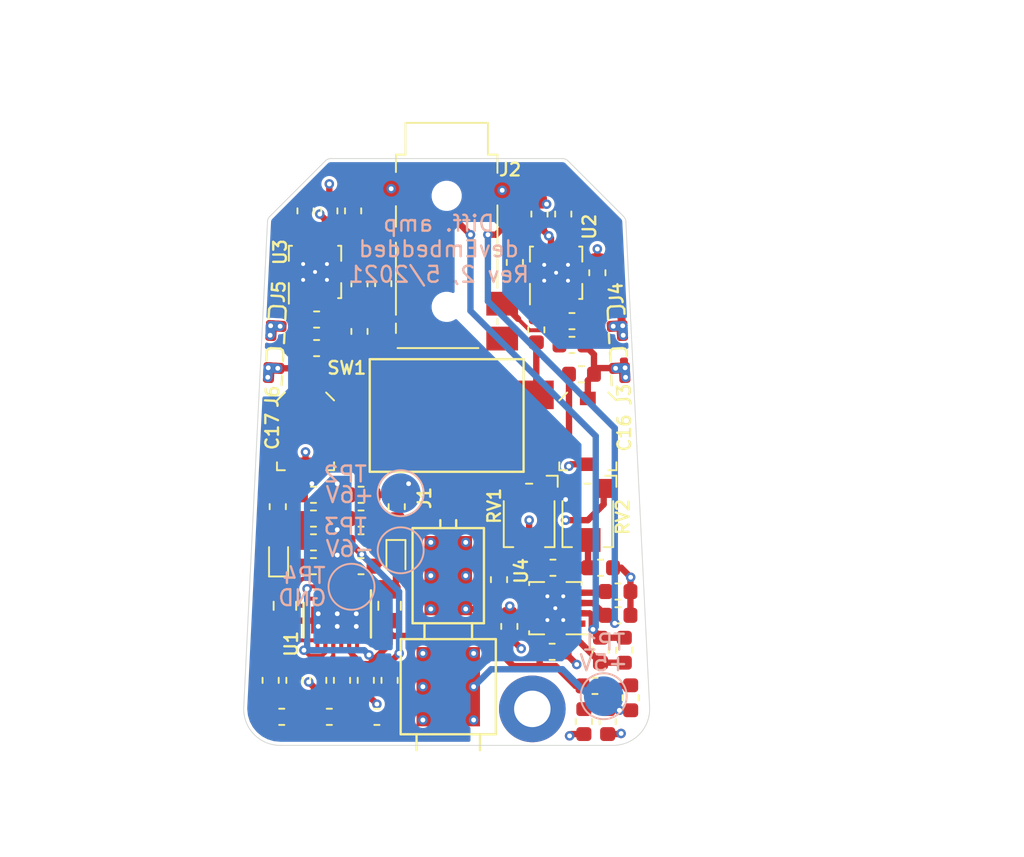
<source format=kicad_pcb>
(kicad_pcb (version 20171130) (host pcbnew 5.1.9-73d0e3b20d~88~ubuntu20.04.1)
  (layers (0 F.Cu signal) (1 In1.Cu power) (2 In2.Cu power) (31 B.Cu signal) (34 B.Paste user) (35 F.Paste user) (36 B.SilkS user) (37 F.SilkS user) (38 B.Mask user) (39 F.Mask user) (44 Edge.Cuts user))
  (net 0 "")
  (net 1 GND)
  (net 2 "Net-(C2-Pad1)")
  (net 3 "Net-(C8-Pad1)")
  (net 4 "Net-(C9-Pad1)")
  (net 5 "Net-(C19-Pad2)")
  (net 6 "Net-(R15-Pad2)")
  (net 7 "Net-(U1-Pad4)")
  (net 8 "Net-(C4-Pad2)")
  (net 9 "Net-(C4-Pad1)")
  (net 10 "Net-(C5-Pad2)")
  (net 11 "Net-(C5-Pad1)")
  (net 12 "Net-(C6-Pad1)")
  (net 13 "Net-(C7-Pad1)")
  (net 14 +6V)
  (net 15 -6V)
  (net 16 "Net-(C19-Pad1)")
  (net 17 "Net-(D1-Pad1)")
  (net 18 "Net-(D2-Pad2)")
  (net 19 "Net-(R1-Pad2)")
  (net 20 "Net-(R12-Pad2)")
  (net 21 "Net-(R13-Pad2)")
  (net 22 "Net-(R14-Pad2)")
  (net 23 "Net-(R14-Pad1)")
  (net 24 "Net-(R15-Pad1)")
  (net 25 "Net-(R16-Pad1)")
  (net 26 "Net-(R17-Pad1)")
  (net 27 "Net-(R18-Pad2)")
  (net 28 "Net-(U2-Pad8)")
  (net 29 "Net-(U2-Pad5)")
  (net 30 "Net-(U2-Pad1)")
  (net 31 "Net-(U3-Pad8)")
  (net 32 "Net-(U3-Pad5)")
  (net 33 "Net-(U3-Pad1)")
  (net 34 "Net-(U4-Pad8)")
  (net 35 "Net-(U4-Pad5)")
  (net 36 "Net-(U4-Pad1)")
  (net 37 "Net-(C26-Pad1)")
  (net 38 /CONN_IN+)
  (net 39 /IN+)
  (net 40 /CONN_IN-)
  (net 41 /IN-)
  (net 42 /OFFSET_TRIM)
  (net 43 +5V)
  (net 44 /OUT)
  (module Resistor_SMD:R_0603_1608Metric (layer F.Cu) (at 90.7 140.8 180)
    (fp_text reference R7 hide)
    (fp_text value 10M)
    (pad 2 smd roundrect (at 0.7875 0 180) (size 0.875 0.95) (layers F.Cu F.Paste F.Mask) (net 20 "Net-(R12-Pad2)"))
    (pad 1 smd roundrect (at -0.7875 0 180) (size 0.875 0.95) (layers F.Cu F.Paste F.Mask) (net 42 /OFFSET_TRIM))
  )
  (module Capacitor_SMD:C_0603_1608Metric (layer F.Cu) (at 93.7 140.8)
    (fp_text reference C10 hide)
    (fp_text value 100nF)
    (pad 2 smd roundrect (at 0.7875 0) (size 0.875 0.95) (layers F.Cu F.Paste F.Mask) (net 1 GND))
    (pad 1 smd roundrect (at -0.7875 0) (size 0.875 0.95) (layers F.Cu F.Paste F.Mask) (net 42 /OFFSET_TRIM))
  )
  (module MountingHole:MountingHole_2.2mm_M2_DIN965_Pad (layer F.Cu) (at 89.4 149.7 270)
    (fp_text reference H1 hide)
    (fp_text value 2.2mm)
    (pad 1 thru_hole circle (at 0 0 270) (size 4.2 4.2) (drill 2.3) (layers *.Cu *.Mask) (net 1 GND))
  )
  (module oscilloscope-probes:78HF01GWRT (layer F.Cu) (at 84 131.2)
    (fp_text reference SW1 (at -6.3 -3) (layer F.SilkS) (effects (font (size 0.8 0.8))))
    (fp_text value GAIN)
    (pad 4 smd rect (at 5.15 1.3 90) (size 1.8 3.2) (layers F.Cu F.Paste F.Mask))
    (pad 3 smd rect (at -5.15 1.3 90) (size 1.8 3.2) (layers F.Cu F.Paste F.Mask))
    (pad 2 smd rect (at 5.15 -1.3 90) (size 1.8 3.2) (layers F.Cu F.Paste F.Mask) (net 25 "Net-(R16-Pad1)"))
    (pad 1 smd rect (at -5.15 -1.3 90) (size 1.8 3.2) (layers F.Cu F.Paste F.Mask) (net 26 "Net-(R17-Pad1)"))
  )
  (module Resistor_SMD:R_0603_1608Metric (layer F.Cu) (at 92.5 128.6 180)
    (fp_text reference R12 hide)
    (fp_text value 475k)
    (pad 2 smd roundrect (at 0.7875 0 180) (size 0.875 0.95) (layers F.Cu F.Paste F.Mask) (net 20 "Net-(R12-Pad2)"))
    (pad 1 smd roundrect (at -0.7875 0 180) (size 0.875 0.95) (layers F.Cu F.Paste F.Mask) (net 39 /IN+))
  )
  (module Inductor_SMD:L_0603_1608Metric (layer F.Cu) (at 73.35 136.95 90)
    (fp_text reference L8 hide)
    (fp_text value 1k)
    (pad 2 smd roundrect (at 0.7875 0 90) (size 0.875 0.95) (layers F.Cu F.Paste F.Mask) (net 15 -6V))
    (pad 1 smd roundrect (at -0.7875 0 90) (size 0.875 0.95) (layers F.Cu F.Paste F.Mask) (net 4 "Net-(C9-Pad1)"))
  )
  (module Inductor_SMD:L_0603_1608Metric (layer F.Cu) (at 80.85 136.95 90)
    (fp_text reference L7 hide)
    (fp_text value 1k)
    (pad 2 smd roundrect (at 0.7875 0 90) (size 0.875 0.95) (layers F.Cu F.Paste F.Mask) (net 14 +6V))
    (pad 1 smd roundrect (at -0.7875 0 90) (size 0.875 0.95) (layers F.Cu F.Paste F.Mask) (net 3 "Net-(C8-Pad1)"))
  )
  (module Inductor_SMD:L_0603_1608Metric (layer F.Cu) (at 95.6 149 90)
    (fp_text reference L1 hide)
    (fp_text value 1k)
    (pad 2 smd roundrect (at 0.7875 0 90) (size 0.875 0.95) (layers F.Cu F.Paste F.Mask) (net 2 "Net-(C2-Pad1)"))
    (pad 1 smd roundrect (at -0.7875 0 90) (size 0.875 0.95) (layers F.Cu F.Paste F.Mask) (net 43 +5V))
  )
  (module TestPoint:TestPoint_Pad_D2.5mm (layer B.Cu) (at 78 142)
    (fp_text reference TP4 (at -3 -0.7) (layer B.SilkS) (effects (justify mirror)))
    (fp_text value GND (at -3.1 0.7) (layer B.SilkS) (effects (justify mirror)))
    (pad 1 smd circle (at 0 0) (size 2.5 2.5) (layers B.Cu B.Mask) (net 1 GND))
  )
  (module TestPoint:TestPoint_Pad_D2.5mm (layer B.Cu) (at 81.1 139.7)
    (fp_text reference TP3 (at -3.5 -1.5) (layer B.SilkS) (effects (justify mirror)))
    (fp_text value -6V (at -3.2 -0.1) (layer B.SilkS) (effects (justify mirror)))
    (pad 1 smd circle (at 0 0) (size 2.5 2.5) (layers B.Cu B.Mask) (net 15 -6V))
  )
  (module TestPoint:TestPoint_Pad_D2.5mm (layer B.Cu) (at 81.1 136.1)
    (fp_text reference TP2 (at -3.5 -1.2) (layer B.SilkS) (effects (justify mirror)))
    (fp_text value +6V (at -3.2 0.1) (layer B.SilkS) (effects (justify mirror)))
    (pad 1 smd circle (at 0 0) (size 2.5 2.5) (layers B.Cu B.Mask) (net 14 +6V))
  )
  (module TestPoint:TestPoint_Pad_D2.5mm (layer B.Cu) (at 93.9 148.9)
    (fp_text reference TP1 (at 0 -3.4) (layer B.SilkS) (effects (justify mirror)))
    (fp_text value +5V (at 0 -2.1) (layer B.SilkS) (effects (justify mirror)))
    (pad 1 smd circle (at 0 0) (size 2.5 2.5) (layers B.Cu B.Mask) (net 43 +5V))
  )
  (module oscilloscope-probes:Tensility_54-00177 (layer F.Cu) (at 84 121)
    (fp_text reference J2 (at 4 -5.3) (layer F.SilkS) (effects (font (size 0.8 0.8))))
    (fp_text value Input)
    (pad "" np_thru_hole circle (at 0 -3.65) (size 1.5 1.5) (drill 1.5) (layers *.Cu *.Mask))
    (pad R2 smd rect (at 3.5 -4.05) (size 2 1.5) (layers F.Cu F.Paste F.Mask) (net 1 GND))
    (pad "" np_thru_hole circle (at 0 3.35) (size 1.5 1.5) (drill 1.5) (layers *.Cu *.Mask))
    (pad T smd rect (at 3.5 3.15) (size 2 1.5) (layers F.Cu F.Paste F.Mask) (net 38 /CONN_IN+))
    (pad TN smd rect (at 3.5 5.35) (size 2 1.5) (layers F.Cu F.Paste F.Mask))
    (pad S smd rect (at -3.5 -4.05) (size 2 1.5) (layers F.Cu F.Paste F.Mask) (net 1 GND))
    (pad R1 smd rect (at -3.5 -0.65) (size 2 1.5) (layers F.Cu F.Paste F.Mask) (net 40 /CONN_IN-))
    (pad R1N smd rect (at -3.5 4.85) (size 2 1.5) (layers F.Cu F.Paste F.Mask))
  )
  (module oscilloscope-probes:TE_2306454_LEFT (layer F.Cu) (at 72.9 128.2 87)
    (fp_text reference J6 (at -1.7923 0.194068 87) (layer F.SilkS) (effects (font (size 0.8 0.8))))
    (fp_text value Probe-)
    (pad 1 smd roundrect (at 0 0.75 177) (size 0.2 0.5) (layers F.Cu F.Paste F.Mask) (net 41 /IN-))
    (pad 1 smd roundrect (at 0.25 0.15 267) (size 0.2 0.5) (layers F.Cu F.Paste F.Mask) (net 41 /IN-))
    (pad 1 smd roundrect (at -0.3 -0.1 87) (size 0.2 0.5) (layers F.Cu F.Paste F.Mask) (net 41 /IN-))
    (pad 1 smd roundrect (at -0.85 -0.1 87) (size 0.2 0.5) (layers F.Cu F.Paste F.Mask) (net 41 /IN-))
    (pad 1 thru_hole circle (at -0.6 -0.15 87) (size 0.6 0.6) (drill 0.3) (layers *.Cu *.Mask) (net 41 /IN-))
    (pad 1 thru_hole circle (at 0 0.45 87) (size 0.6 0.6) (drill 0.3) (layers *.Cu *.Mask) (net 41 /IN-))
    (pad 1 thru_hole circle (at 0 -0.15 87) (size 0.6 0.6) (drill 0.3) (layers *.Cu *.Mask) (net 41 /IN-))
    (pad 1 smd rect (at -0.3 -0.15 87) (size 0.6 0.6) (layers B.Cu) (net 41 /IN-))
    (pad 1 smd rect (at 0 0.15 87) (size 0.6 0.6) (layers B.Cu) (net 41 /IN-))
    (pad 1 smd roundrect (at -0.3 -0.1 87) (size 1.3 0.7) (layers F.Cu F.Mask) (net 41 /IN-))
    (pad 1 smd roundrect (at 0 0.2 357) (size 1.3 0.7) (layers F.Cu F.Mask) (net 41 /IN-))
  )
  (module oscilloscope-probes:TE_2306454_LEFT (layer F.Cu) (at 73.05 125.55 87)
    (fp_text reference J5 (at 2.165339 0.236382 87) (layer F.SilkS) (effects (font (size 0.8 0.8))))
    (fp_text value Probe-_GND)
    (pad 1 smd roundrect (at 0 0.75 177) (size 0.2 0.5) (layers F.Cu F.Paste F.Mask) (net 1 GND))
    (pad 1 smd roundrect (at 0.25 0.15 267) (size 0.2 0.5) (layers F.Cu F.Paste F.Mask) (net 1 GND))
    (pad 1 smd roundrect (at -0.3 -0.1 87) (size 0.2 0.5) (layers F.Cu F.Paste F.Mask) (net 1 GND))
    (pad 1 smd roundrect (at -0.85 -0.1 87) (size 0.2 0.5) (layers F.Cu F.Paste F.Mask) (net 1 GND))
    (pad 1 thru_hole circle (at -0.6 -0.15 87) (size 0.6 0.6) (drill 0.3) (layers *.Cu *.Mask) (net 1 GND))
    (pad 1 thru_hole circle (at 0 0.45 87) (size 0.6 0.6) (drill 0.3) (layers *.Cu *.Mask) (net 1 GND))
    (pad 1 thru_hole circle (at 0 -0.15 87) (size 0.6 0.6) (drill 0.3) (layers *.Cu *.Mask) (net 1 GND))
    (pad 1 smd rect (at -0.3 -0.15 87) (size 0.6 0.6) (layers B.Cu) (net 1 GND))
    (pad 1 smd rect (at 0 0.15 87) (size 0.6 0.6) (layers B.Cu) (net 1 GND))
    (pad 1 smd roundrect (at -0.3 -0.1 87) (size 1.3 0.7) (layers F.Cu F.Mask) (net 1 GND))
    (pad 1 smd roundrect (at 0 0.2 357) (size 1.3 0.7) (layers F.Cu F.Mask) (net 1 GND))
  )
  (module oscilloscope-probes:TE_2306454_RIGHT (layer F.Cu) (at 94.95 125.55 273)
    (fp_text reference J4 (at -2.060275 0.142369 93 unlocked) (layer F.SilkS) (effects (font (size 0.8 0.8))))
    (fp_text value Probe+_GND)
    (pad 1 smd roundrect (at 0.85 -0.1 93) (size 0.2 0.5) (layers F.Cu F.Paste F.Mask) (net 1 GND))
    (pad 1 smd roundrect (at 0.3 -0.1 93) (size 0.2 0.5) (layers F.Cu F.Paste F.Mask) (net 1 GND))
    (pad 1 smd roundrect (at 0 0.75 3) (size 0.2 0.5) (layers F.Cu F.Paste F.Mask) (net 1 GND))
    (pad 1 smd roundrect (at -0.45 -0.1 273) (size 0.2 0.5) (layers F.Cu F.Paste F.Mask) (net 1 GND))
    (pad 1 smd roundrect (at -0.3 -0.1 273) (size 0.7 0.5) (layers F.Cu F.Mask) (net 1 GND))
    (pad 1 smd roundrect (at 0 0.2 3) (size 1.3 0.7) (layers F.Cu F.Mask) (net 1 GND))
    (pad 1 smd roundrect (at 0.3 -0.1 273) (size 1.3 0.7) (layers F.Cu F.Mask) (net 1 GND))
    (pad 1 smd rect (at 0 0.15 273) (size 0.6 0.6) (layers B.Cu) (net 1 GND))
    (pad 1 smd rect (at 0.3 -0.15 273) (size 0.6 0.6) (layers B.Cu) (net 1 GND))
    (pad 1 thru_hole circle (at 0 -0.15 273) (size 0.6 0.6) (drill 0.3) (layers *.Cu *.Mask) (net 1 GND))
    (pad 1 thru_hole circle (at 0 0.45 273) (size 0.6 0.6) (drill 0.3) (layers *.Cu *.Mask) (net 1 GND))
    (pad 1 thru_hole circle (at 0.6 -0.15 273) (size 0.6 0.6) (drill 0.3) (layers *.Cu *.Mask) (net 1 GND))
  )
  (module oscilloscope-probes:TE_2306454_RIGHT (layer F.Cu) (at 95.1 128.2 273)
    (fp_text reference J3 (at 1.702904 -0.010892 93 unlocked) (layer F.SilkS) (effects (font (size 0.8 0.8))))
    (fp_text value Probe+)
    (pad 1 smd roundrect (at 0.85 -0.1 93) (size 0.2 0.5) (layers F.Cu F.Paste F.Mask) (net 39 /IN+))
    (pad 1 smd roundrect (at 0.3 -0.1 93) (size 0.2 0.5) (layers F.Cu F.Paste F.Mask) (net 39 /IN+))
    (pad 1 smd roundrect (at 0 0.75 3) (size 0.2 0.5) (layers F.Cu F.Paste F.Mask) (net 39 /IN+))
    (pad 1 smd roundrect (at -0.45 -0.1 273) (size 0.2 0.5) (layers F.Cu F.Paste F.Mask) (net 39 /IN+))
    (pad 1 smd roundrect (at -0.3 -0.1 273) (size 0.7 0.5) (layers F.Cu F.Mask) (net 39 /IN+))
    (pad 1 smd roundrect (at 0 0.2 3) (size 1.3 0.7) (layers F.Cu F.Mask) (net 39 /IN+))
    (pad 1 smd roundrect (at 0.3 -0.1 273) (size 1.3 0.7) (layers F.Cu F.Mask) (net 39 /IN+))
    (pad 1 smd rect (at 0 0.15 273) (size 0.6 0.6) (layers B.Cu) (net 39 /IN+))
    (pad 1 smd rect (at 0.3 -0.15 273) (size 0.6 0.6) (layers B.Cu) (net 39 /IN+))
    (pad 1 thru_hole circle (at 0 -0.15 273) (size 0.6 0.6) (drill 0.3) (layers *.Cu *.Mask) (net 39 /IN+))
    (pad 1 thru_hole circle (at 0 0.45 273) (size 0.6 0.6) (drill 0.3) (layers *.Cu *.Mask) (net 39 /IN+))
    (pad 1 thru_hole circle (at 0.6 -0.15 273) (size 0.6 0.6) (drill 0.3) (layers *.Cu *.Mask) (net 39 /IN+))
  )
  (module oscilloscope-probes:TRIAX_TUBE (layer F.Cu) (at 84.1 139.8 90)
    (fp_text reference J1 (at 3.4 -1.5 90) (layer F.SilkS) (effects (font (size 0.8 0.8))))
    (fp_text value Triax)
    (pad 2 smd rect (at 0 0 90) (size 2 1.5) (layers F.Cu F.Paste F.Mask) (net 1 GND))
    (pad 2 smd rect (at -3 0 90) (size 2 1.5) (layers F.Cu F.Paste F.Mask) (net 1 GND))
    (pad 3 smd rect (at -7 0 90) (size 2 2) (layers F.Cu F.Paste F.Mask) (net 43 +5V))
    (pad 2 thru_hole circle (at 0.6 1.1 90) (size 0.6 0.6) (drill 0.3) (layers *.Cu *.Mask) (net 1 GND))
    (pad 2 thru_hole circle (at -1.5 1.1 90) (size 0.6 0.6) (drill 0.3) (layers *.Cu *.Mask) (net 1 GND))
    (pad 2 thru_hole circle (at -1.5 -1.1 90) (size 0.6 0.6) (drill 0.3) (layers *.Cu *.Mask) (net 1 GND))
    (pad 2 thru_hole circle (at 0.6 -1.1 90) (size 0.6 0.6) (drill 0.3) (layers *.Cu *.Mask) (net 1 GND))
    (pad 2 thru_hole circle (at -3.6 -1.1 90) (size 0.6 0.6) (drill 0.3) (layers *.Cu *.Mask) (net 1 GND))
    (pad 2 thru_hole circle (at -3.6 1.1 90) (size 0.6 0.6) (drill 0.3) (layers *.Cu *.Mask) (net 1 GND))
    (pad 3 thru_hole circle (at -6.4 1.6 90) (size 0.6 0.6) (drill 0.3) (layers *.Cu *.Mask) (net 43 +5V))
    (pad 3 thru_hole circle (at -8.5 1.6 90) (size 0.6 0.6) (drill 0.3) (layers *.Cu *.Mask) (net 43 +5V))
    (pad 3 thru_hole circle (at -10.6 1.6 90) (size 0.6 0.6) (drill 0.3) (layers *.Cu *.Mask) (net 43 +5V))
    (pad 3 thru_hole circle (at -6.4 -1.6 90) (size 0.6 0.6) (drill 0.3) (layers *.Cu *.Mask) (net 43 +5V))
    (pad 3 thru_hole circle (at -8.5 -1.6 90) (size 0.6 0.6) (drill 0.3) (layers *.Cu *.Mask) (net 43 +5V))
    (pad 3 thru_hole circle (at -10.6 -1.6 90) (size 0.6 0.6) (drill 0.3) (layers *.Cu *.Mask) (net 43 +5V))
    (pad 3 smd rect (at -10 0 90) (size 2 2) (layers F.Cu F.Paste F.Mask) (net 43 +5V))
    (pad 2 smd rect (at -1.5 0 90) (size 5 3) (layers F.Cu F.Mask) (net 1 GND))
    (pad 3 smd rect (at -8.5 0 90) (size 5 4) (layers F.Cu F.Mask) (net 43 +5V))
    (pad 1 smd roundrect (at 3.5 0 90) (size 2 1.5) (layers F.Cu F.Mask) (net 44 /OUT))
  )
  (module Resistor_SMD:R_0603_1608Metric (layer F.Cu) (at 75.8 125.15)
    (fp_text reference R15 hide)
    (fp_text value 220)
    (pad 2 smd roundrect (at 0.7875 0) (size 0.875 0.95) (layers F.Cu F.Paste F.Mask) (net 6 "Net-(R15-Pad2)"))
    (pad 1 smd roundrect (at -0.7875 0) (size 0.875 0.95) (layers F.Cu F.Paste F.Mask) (net 24 "Net-(R15-Pad1)"))
  )
  (module Capacitor_SMD:C_0603_1608Metric (layer F.Cu) (at 78.9 147.9 270)
    (fp_text reference C26 hide)
    (fp_text value 10µF)
    (pad 2 smd roundrect (at 0.7875 0 270) (size 0.875 0.95) (layers F.Cu F.Paste F.Mask) (net 1 GND))
    (pad 1 smd roundrect (at -0.7875 0 270) (size 0.875 0.95) (layers F.Cu F.Paste F.Mask) (net 37 "Net-(C26-Pad1)"))
  )
  (module Diode_SMD:D_SOD-523 (layer F.Cu) (at 80.8 140.2 270)
    (fp_text reference D2 hide)
    (fp_text value NSR05T30)
    (pad 1 smd rect (at -0.7 0 90) (size 0.6 0.7) (layers F.Cu F.Paste F.Mask) (net 12 "Net-(C6-Pad1)"))
    (pad 2 smd rect (at 0.7 0 90) (size 0.6 0.7) (layers F.Cu F.Paste F.Mask) (net 18 "Net-(D2-Pad2)"))
  )
  (module Diode_SMD:D_SOD-523 (layer F.Cu) (at 73.4 140.2 90)
    (fp_text reference D1 hide)
    (fp_text value NSR05T30)
    (pad 1 smd rect (at -0.7 0 270) (size 0.6 0.7) (layers F.Cu F.Paste F.Mask) (net 17 "Net-(D1-Pad1)"))
    (pad 2 smd rect (at 0.7 0 270) (size 0.6 0.7) (layers F.Cu F.Paste F.Mask) (net 13 "Net-(C7-Pad1)"))
  )
  (module Package_SON:Texas_S-PVSON-N8_ThermalVias (layer F.Cu) (at 90.85 143.35 180)
    (fp_text reference U4 (at 2.15 2.35 270) (layer F.SilkS) (effects (font (size 0.8 0.8))))
    (fp_text value OPA659)
    (pad 8 smd oval (at 1.55 -0.975 180) (size 0.65 0.4) (layers F.Cu F.Paste F.Mask) (net 34 "Net-(U4-Pad8)"))
    (pad 7 smd oval (at 1.55 -0.325 180) (size 0.65 0.4) (layers F.Cu F.Paste F.Mask) (net 14 +6V))
    (pad 6 smd rect (at 1.75 0.325 180) (size 0.3 0.4) (layers F.Cu F.Paste F.Mask) (net 16 "Net-(C19-Pad1)"))
    (pad 5 smd rect (at 1.75 0.975 180) (size 0.3 0.4) (layers F.Cu F.Paste F.Mask) (net 35 "Net-(U4-Pad5)"))
    (pad 4 smd rect (at -1.75 0.975 180) (size 0.3 0.4) (layers F.Cu F.Paste F.Mask) (net 15 -6V))
    (pad 3 smd oval (at -1.55 0.325 180) (size 0.65 0.4) (layers F.Cu F.Paste F.Mask) (net 27 "Net-(R18-Pad2)"))
    (pad 2 smd rect (at -1.75 -0.325 180) (size 0.3 0.4) (layers F.Cu F.Paste F.Mask) (net 5 "Net-(C19-Pad2)"))
    (pad 1 smd rect (at -1.75 -0.975 180) (size 0.3 0.4) (layers F.Cu F.Paste F.Mask) (net 36 "Net-(U4-Pad1)"))
    (pad 9 smd rect (at 0 0 180) (size 1.65 2.4) (layers F.Cu F.Mask) (net 15 -6V))
    (pad 9 smd rect (at 0.45 0.625 180) (size 0.65 1) (layers F.Cu F.Paste F.Mask) (net 15 -6V))
    (pad 9 smd rect (at -0.45 0.625 180) (size 0.65 1) (layers F.Cu F.Paste F.Mask) (net 15 -6V))
    (pad 9 smd rect (at 0.45 -0.625 180) (size 0.65 1) (layers F.Cu F.Paste F.Mask) (net 15 -6V))
    (pad 9 smd rect (at -0.45 -0.625 180) (size 0.65 1) (layers F.Cu F.Paste F.Mask) (net 15 -6V))
    (pad 9 thru_hole circle (at 0.5 0.75 180) (size 0.6 0.6) (drill 0.25) (layers *.Cu) (net 15 -6V))
    (pad 9 thru_hole circle (at -0.5 0.75 180) (size 0.6 0.6) (drill 0.25) (layers *.Cu) (net 15 -6V))
    (pad 9 thru_hole circle (at 0.5 -0.75 180) (size 0.6 0.6) (drill 0.25) (layers *.Cu) (net 15 -6V))
    (pad 9 thru_hole circle (at -0.5 -0.75 180) (size 0.6 0.6) (drill 0.25) (layers *.Cu) (net 15 -6V))
    (pad 9 thru_hole circle (at 0 0 180) (size 0.6 0.6) (drill 0.25) (layers *.Cu) (net 15 -6V))
    (pad 8 smd rect (at 1.75 -0.975 180) (size 0.3 0.4) (layers F.Cu F.Paste F.Mask) (net 34 "Net-(U4-Pad8)"))
    (pad 7 smd rect (at 1.75 -0.325 180) (size 0.3 0.4) (layers F.Cu F.Paste F.Mask) (net 14 +6V))
    (pad 6 smd oval (at 1.55 0.325 180) (size 0.65 0.4) (layers F.Cu F.Paste F.Mask) (net 16 "Net-(C19-Pad1)"))
    (pad 5 smd oval (at 1.55 0.975 180) (size 0.65 0.4) (layers F.Cu F.Paste F.Mask) (net 35 "Net-(U4-Pad5)"))
    (pad 4 smd oval (at -1.55 0.975 180) (size 0.65 0.4) (layers F.Cu F.Paste F.Mask) (net 15 -6V))
    (pad 3 smd rect (at -1.75 0.325 180) (size 0.3 0.4) (layers F.Cu F.Paste F.Mask) (net 27 "Net-(R18-Pad2)"))
    (pad 2 smd oval (at -1.55 -0.325 180) (size 0.65 0.4) (layers F.Cu F.Paste F.Mask) (net 5 "Net-(C19-Pad2)"))
    (pad 1 smd oval (at -1.55 -0.975 180) (size 0.65 0.4) (layers F.Cu F.Paste F.Mask) (net 36 "Net-(U4-Pad1)"))
    (pad 9 smd rect (at 0 0 180) (size 1.65 2.4) (layers B.Cu) (net 15 -6V))
  )
  (module Package_SON:Texas_S-PVSON-N8_ThermalVias (layer F.Cu) (at 75.7 122.15 90)
    (fp_text reference U3 (at 1.25 -2.2 90) (layer F.SilkS) (effects (font (size 0.8 0.8))))
    (fp_text value OPA659)
    (pad 8 smd oval (at 1.55 -0.975 90) (size 0.65 0.4) (layers F.Cu F.Paste F.Mask) (net 31 "Net-(U3-Pad8)"))
    (pad 7 smd oval (at 1.55 -0.325 90) (size 0.65 0.4) (layers F.Cu F.Paste F.Mask) (net 14 +6V))
    (pad 6 smd rect (at 1.75 0.325 90) (size 0.3 0.4) (layers F.Cu F.Paste F.Mask) (net 6 "Net-(R15-Pad2)"))
    (pad 5 smd rect (at 1.75 0.975 90) (size 0.3 0.4) (layers F.Cu F.Paste F.Mask) (net 32 "Net-(U3-Pad5)"))
    (pad 4 smd rect (at -1.75 0.975 90) (size 0.3 0.4) (layers F.Cu F.Paste F.Mask) (net 15 -6V))
    (pad 3 smd oval (at -1.55 0.325 90) (size 0.65 0.4) (layers F.Cu F.Paste F.Mask) (net 41 /IN-))
    (pad 2 smd rect (at -1.75 -0.325 90) (size 0.3 0.4) (layers F.Cu F.Paste F.Mask) (net 24 "Net-(R15-Pad1)"))
    (pad 1 smd rect (at -1.75 -0.975 90) (size 0.3 0.4) (layers F.Cu F.Paste F.Mask) (net 33 "Net-(U3-Pad1)"))
    (pad 9 smd rect (at 0 0 90) (size 1.65 2.4) (layers F.Cu F.Mask) (net 15 -6V))
    (pad 9 smd rect (at 0.45 0.625 90) (size 0.65 1) (layers F.Cu F.Paste F.Mask) (net 15 -6V))
    (pad 9 smd rect (at -0.45 0.625 90) (size 0.65 1) (layers F.Cu F.Paste F.Mask) (net 15 -6V))
    (pad 9 smd rect (at 0.45 -0.625 90) (size 0.65 1) (layers F.Cu F.Paste F.Mask) (net 15 -6V))
    (pad 9 smd rect (at -0.45 -0.625 90) (size 0.65 1) (layers F.Cu F.Paste F.Mask) (net 15 -6V))
    (pad 9 thru_hole circle (at 0.5 0.75 90) (size 0.6 0.6) (drill 0.25) (layers *.Cu) (net 15 -6V))
    (pad 9 thru_hole circle (at -0.5 0.75 90) (size 0.6 0.6) (drill 0.25) (layers *.Cu) (net 15 -6V))
    (pad 9 thru_hole circle (at 0.5 -0.75 90) (size 0.6 0.6) (drill 0.25) (layers *.Cu) (net 15 -6V))
    (pad 9 thru_hole circle (at -0.5 -0.75 90) (size 0.6 0.6) (drill 0.25) (layers *.Cu) (net 15 -6V))
    (pad 9 thru_hole circle (at 0 0 90) (size 0.6 0.6) (drill 0.25) (layers *.Cu) (net 15 -6V))
    (pad 8 smd rect (at 1.75 -0.975 90) (size 0.3 0.4) (layers F.Cu F.Paste F.Mask) (net 31 "Net-(U3-Pad8)"))
    (pad 7 smd rect (at 1.75 -0.325 90) (size 0.3 0.4) (layers F.Cu F.Paste F.Mask) (net 14 +6V))
    (pad 6 smd oval (at 1.55 0.325 90) (size 0.65 0.4) (layers F.Cu F.Paste F.Mask) (net 6 "Net-(R15-Pad2)"))
    (pad 5 smd oval (at 1.55 0.975 90) (size 0.65 0.4) (layers F.Cu F.Paste F.Mask) (net 32 "Net-(U3-Pad5)"))
    (pad 4 smd oval (at -1.55 0.975 90) (size 0.65 0.4) (layers F.Cu F.Paste F.Mask) (net 15 -6V))
    (pad 3 smd rect (at -1.75 0.325 90) (size 0.3 0.4) (layers F.Cu F.Paste F.Mask) (net 41 /IN-))
    (pad 2 smd oval (at -1.55 -0.325 90) (size 0.65 0.4) (layers F.Cu F.Paste F.Mask) (net 24 "Net-(R15-Pad1)"))
    (pad 1 smd oval (at -1.55 -0.975 90) (size 0.65 0.4) (layers F.Cu F.Paste F.Mask) (net 33 "Net-(U3-Pad1)"))
    (pad 9 smd rect (at 0 0 90) (size 1.65 2.4) (layers B.Cu) (net 15 -6V))
  )
  (module Package_SON:Texas_S-PVSON-N8_ThermalVias (layer F.Cu) (at 90.9 122.2 90)
    (fp_text reference U2 (at 2.9 2.1 90 unlocked) (layer F.SilkS) (effects (font (size 0.8 0.8))))
    (fp_text value OPA659)
    (pad 8 smd oval (at 1.55 -0.975 90) (size 0.65 0.4) (layers F.Cu F.Paste F.Mask) (net 28 "Net-(U2-Pad8)"))
    (pad 7 smd oval (at 1.55 -0.325 90) (size 0.65 0.4) (layers F.Cu F.Paste F.Mask) (net 14 +6V))
    (pad 6 smd rect (at 1.75 0.325 90) (size 0.3 0.4) (layers F.Cu F.Paste F.Mask) (net 23 "Net-(R14-Pad1)"))
    (pad 5 smd rect (at 1.75 0.975 90) (size 0.3 0.4) (layers F.Cu F.Paste F.Mask) (net 29 "Net-(U2-Pad5)"))
    (pad 4 smd rect (at -1.75 0.975 90) (size 0.3 0.4) (layers F.Cu F.Paste F.Mask) (net 15 -6V))
    (pad 3 smd oval (at -1.55 0.325 90) (size 0.65 0.4) (layers F.Cu F.Paste F.Mask) (net 39 /IN+))
    (pad 2 smd rect (at -1.75 -0.325 90) (size 0.3 0.4) (layers F.Cu F.Paste F.Mask) (net 22 "Net-(R14-Pad2)"))
    (pad 1 smd rect (at -1.75 -0.975 90) (size 0.3 0.4) (layers F.Cu F.Paste F.Mask) (net 30 "Net-(U2-Pad1)"))
    (pad 9 smd rect (at 0 0 90) (size 1.65 2.4) (layers F.Cu F.Mask) (net 15 -6V))
    (pad 9 smd rect (at 0.45 0.625 90) (size 0.65 1) (layers F.Cu F.Paste F.Mask) (net 15 -6V))
    (pad 9 smd rect (at -0.45 0.625 90) (size 0.65 1) (layers F.Cu F.Paste F.Mask) (net 15 -6V))
    (pad 9 smd rect (at 0.45 -0.625 90) (size 0.65 1) (layers F.Cu F.Paste F.Mask) (net 15 -6V))
    (pad 9 smd rect (at -0.45 -0.625 90) (size 0.65 1) (layers F.Cu F.Paste F.Mask) (net 15 -6V))
    (pad 9 thru_hole circle (at 0.5 0.75 90) (size 0.6 0.6) (drill 0.25) (layers *.Cu) (net 15 -6V))
    (pad 9 thru_hole circle (at -0.5 0.75 90) (size 0.6 0.6) (drill 0.25) (layers *.Cu) (net 15 -6V))
    (pad 9 thru_hole circle (at 0.5 -0.75 90) (size 0.6 0.6) (drill 0.25) (layers *.Cu) (net 15 -6V))
    (pad 9 thru_hole circle (at -0.5 -0.75 90) (size 0.6 0.6) (drill 0.25) (layers *.Cu) (net 15 -6V))
    (pad 9 thru_hole circle (at 0 0 90) (size 0.6 0.6) (drill 0.25) (layers *.Cu) (net 15 -6V))
    (pad 8 smd rect (at 1.75 -0.975 90) (size 0.3 0.4) (layers F.Cu F.Paste F.Mask) (net 28 "Net-(U2-Pad8)"))
    (pad 7 smd rect (at 1.75 -0.325 90) (size 0.3 0.4) (layers F.Cu F.Paste F.Mask) (net 14 +6V))
    (pad 6 smd oval (at 1.55 0.325 90) (size 0.65 0.4) (layers F.Cu F.Paste F.Mask) (net 23 "Net-(R14-Pad1)"))
    (pad 5 smd oval (at 1.55 0.975 90) (size 0.65 0.4) (layers F.Cu F.Paste F.Mask) (net 29 "Net-(U2-Pad5)"))
    (pad 4 smd oval (at -1.55 0.975 90) (size 0.65 0.4) (layers F.Cu F.Paste F.Mask) (net 15 -6V))
    (pad 3 smd rect (at -1.75 0.325 90) (size 0.3 0.4) (layers F.Cu F.Paste F.Mask) (net 39 /IN+))
    (pad 2 smd oval (at -1.55 -0.325 90) (size 0.65 0.4) (layers F.Cu F.Paste F.Mask) (net 22 "Net-(R14-Pad2)"))
    (pad 1 smd oval (at -1.55 -0.975 90) (size 0.65 0.4) (layers F.Cu F.Paste F.Mask) (net 30 "Net-(U2-Pad1)"))
    (pad 9 smd rect (at 0 0 90) (size 1.65 2.4) (layers B.Cu) (net 15 -6V))
  )
  (module Package_DFN_QFN:DFN-12-1EP_3x4mm_P0.5mm_EP1.7x3.3mm (layer F.Cu) (at 77.1 144.1 270)
    (fp_text reference U1 (at 1.5 2.9 90) (layer F.SilkS) (effects (font (size 0.8 0.8))))
    (fp_text value R1283B)
    (pad 13 smd rect (at 0 0 270) (size 1.7 3.3) (layers F.Cu F.Mask) (net 1 GND))
    (pad 12 smd rect (at 1.45 -1.25 270) (size 0.7 0.25) (layers F.Cu F.Paste F.Mask) (net 1 GND))
    (pad 11 smd rect (at 1.45 -0.75 270) (size 0.7 0.25) (layers F.Cu F.Paste F.Mask) (net 37 "Net-(C26-Pad1)"))
    (pad 10 smd rect (at 1.45 -0.25 270) (size 0.7 0.25) (layers F.Cu F.Paste F.Mask) (net 1 GND))
    (pad 9 smd rect (at 1.45 0.25 270) (size 0.7 0.25) (layers F.Cu F.Paste F.Mask) (net 8 "Net-(C4-Pad2)"))
    (pad 8 smd rect (at 1.45 0.75 270) (size 0.7 0.25) (layers F.Cu F.Paste F.Mask) (net 37 "Net-(C26-Pad1)"))
    (pad 7 smd rect (at 1.45 1.25 270) (size 0.7 0.25) (layers F.Cu F.Paste F.Mask) (net 19 "Net-(R1-Pad2)"))
    (pad 6 smd rect (at -1.45 1.25 270) (size 0.7 0.25) (layers F.Cu F.Paste F.Mask) (net 10 "Net-(C5-Pad2)"))
    (pad 5 smd rect (at -1.45 0.75 270) (size 0.7 0.25) (layers F.Cu F.Paste F.Mask) (net 37 "Net-(C26-Pad1)"))
    (pad 4 smd rect (at -1.45 0.25 270) (size 0.7 0.25) (layers F.Cu F.Paste F.Mask) (net 7 "Net-(U1-Pad4)"))
    (pad 3 smd rect (at -1.45 -0.25 270) (size 0.7 0.25) (layers F.Cu F.Paste F.Mask) (net 17 "Net-(D1-Pad1)"))
    (pad 2 smd rect (at -1.45 -0.75 270) (size 0.7 0.25) (layers F.Cu F.Paste F.Mask) (net 18 "Net-(D2-Pad2)"))
    (pad 1 smd rect (at -1.45 -1.25 270) (size 0.7 0.25) (layers F.Cu F.Paste F.Mask))
  )
  (module Potentiometer_SMD:Potentiometer_Bourns_TC33X_Vertical (layer F.Cu) (at 92.9 137.6 270)
    (fp_text reference RV2 (at 0 -2.2 90 unlocked) (layer F.SilkS) (effects (font (size 0.8 0.8))))
    (fp_text value 50k)
    (pad 2 smd rect (at 1.45 0 270) (size 1.5 1.6) (layers F.Cu F.Paste F.Mask) (net 42 /OFFSET_TRIM))
    (pad 3 smd rect (at -1.8 1 270) (size 1.2 1.2) (layers F.Cu F.Paste F.Mask) (net 15 -6V))
    (pad 1 smd rect (at -1.8 -1 270) (size 1.2 1.2) (layers F.Cu F.Paste F.Mask) (net 14 +6V))
  )
  (module Potentiometer_SMD:Potentiometer_Bourns_TC33X_Vertical (layer F.Cu) (at 89.2 137.6 270)
    (fp_text reference RV1 (at -0.7 2.2 90 unlocked) (layer F.SilkS) (effects (font (size 0.8 0.8))))
    (fp_text value 50k)
    (pad 2 smd rect (at 1.45 0 270) (size 1.5 1.6) (layers F.Cu F.Paste F.Mask) (net 1 GND))
    (pad 3 smd rect (at -1.8 1 270) (size 1.2 1.2) (layers F.Cu F.Paste F.Mask) (net 21 "Net-(R13-Pad2)"))
    (pad 1 smd rect (at -1.8 -1 270) (size 1.2 1.2) (layers F.Cu F.Paste F.Mask) (net 20 "Net-(R12-Pad2)"))
  )
  (module Resistor_SMD:R_0603_1608Metric (layer F.Cu) (at 87.3 141.55 270)
    (fp_text reference R22 hide)
    (fp_text value 49.9)
    (pad 2 smd roundrect (at 0.7875 0 270) (size 0.875 0.95) (layers F.Cu F.Paste F.Mask) (net 16 "Net-(C19-Pad1)"))
    (pad 1 smd roundrect (at -0.7875 0 270) (size 0.875 0.95) (layers F.Cu F.Paste F.Mask) (net 44 /OUT))
  )
  (module Resistor_SMD:R_0603_1608Metric (layer F.Cu) (at 93.7 146 270)
    (fp_text reference R21 hide)
    (fp_text value 220)
    (pad 2 smd roundrect (at 0.7875 0 270) (size 0.875 0.95) (layers F.Cu F.Paste F.Mask) (net 16 "Net-(C19-Pad1)"))
    (pad 1 smd roundrect (at -0.7875 0 270) (size 0.875 0.95) (layers F.Cu F.Paste F.Mask) (net 5 "Net-(C19-Pad2)"))
  )
  (module Resistor_SMD:R_0603_1608Metric (layer F.Cu) (at 94.8 143.8)
    (fp_text reference R20 hide)
    (fp_text value 220)
    (pad 2 smd roundrect (at 0.7875 0) (size 0.875 0.95) (layers F.Cu F.Paste F.Mask) (net 1 GND))
    (pad 1 smd roundrect (at -0.7875 0) (size 0.875 0.95) (layers F.Cu F.Paste F.Mask) (net 27 "Net-(R18-Pad2)"))
  )
  (module Resistor_SMD:R_0603_1608Metric (layer F.Cu) (at 78.1 118.3 90)
    (fp_text reference R19 hide)
    (fp_text value 110)
    (pad 2 smd roundrect (at 0.7875 0 90) (size 0.875 0.95) (layers F.Cu F.Paste F.Mask) (net 5 "Net-(C19-Pad2)"))
    (pad 1 smd roundrect (at -0.7875 0 90) (size 0.875 0.95) (layers F.Cu F.Paste F.Mask) (net 6 "Net-(R15-Pad2)"))
  )
  (module Resistor_SMD:R_0603_1608Metric (layer F.Cu) (at 91.35 118.5 90)
    (fp_text reference R18 hide)
    (fp_text value 110)
    (pad 2 smd roundrect (at 0.7875 0 90) (size 0.875 0.95) (layers F.Cu F.Paste F.Mask) (net 27 "Net-(R18-Pad2)"))
    (pad 1 smd roundrect (at -0.7875 0 90) (size 0.875 0.95) (layers F.Cu F.Paste F.Mask) (net 23 "Net-(R14-Pad1)"))
  )
  (module Resistor_SMD:R_0603_1608Metric (layer F.Cu) (at 75.8 126.95 180)
    (fp_text reference R17 hide)
    (fp_text value 22)
    (pad 2 smd roundrect (at 0.7875 0 180) (size 0.875 0.95) (layers F.Cu F.Paste F.Mask) (net 24 "Net-(R15-Pad1)"))
    (pad 1 smd roundrect (at -0.7875 0 180) (size 0.875 0.95) (layers F.Cu F.Paste F.Mask) (net 26 "Net-(R17-Pad1)"))
  )
  (module Resistor_SMD:R_0603_1608Metric (layer F.Cu) (at 89.65 125.8 90)
    (fp_text reference R16 hide)
    (fp_text value 22)
    (pad 2 smd roundrect (at 0.7875 0 90) (size 0.875 0.95) (layers F.Cu F.Paste F.Mask) (net 22 "Net-(R14-Pad2)"))
    (pad 1 smd roundrect (at -0.7875 0 90) (size 0.875 0.95) (layers F.Cu F.Paste F.Mask) (net 25 "Net-(R16-Pad1)"))
  )
  (module Resistor_SMD:R_0603_1608Metric (layer F.Cu) (at 88.3 121.55 270)
    (fp_text reference R14 hide)
    (fp_text value 220)
    (pad 2 smd roundrect (at 0.7875 0 270) (size 0.875 0.95) (layers F.Cu F.Paste F.Mask) (net 22 "Net-(R14-Pad2)"))
    (pad 1 smd roundrect (at -0.7875 0 270) (size 0.875 0.95) (layers F.Cu F.Paste F.Mask) (net 23 "Net-(R14-Pad1)"))
  )
  (module Resistor_SMD:R_0603_1608Metric (layer F.Cu) (at 78.5 125.9 270)
    (fp_text reference R13 hide)
    (fp_text value 475k)
    (pad 2 smd roundrect (at 0.7875 0 270) (size 0.875 0.95) (layers F.Cu F.Paste F.Mask) (net 21 "Net-(R13-Pad2)"))
    (pad 1 smd roundrect (at -0.7875 0 270) (size 0.875 0.95) (layers F.Cu F.Paste F.Mask) (net 41 /IN-))
  )
  (module Resistor_SMD:R_0603_1608Metric (layer F.Cu) (at 80 122.8875 90)
    (fp_text reference R10 hide)
    (fp_text value 499k)
    (pad 2 smd roundrect (at 0.7875 0 90) (size 0.875 0.95) (layers F.Cu F.Paste F.Mask) (net 40 /CONN_IN-))
    (pad 1 smd roundrect (at -0.7875 0 90) (size 0.875 0.95) (layers F.Cu F.Paste F.Mask) (net 41 /IN-))
  )
  (module Resistor_SMD:R_0603_1608Metric (layer F.Cu) (at 91.9 125.25 180)
    (fp_text reference R9 hide)
    (fp_text value 499k)
    (pad 2 smd roundrect (at 0.7875 0 180) (size 0.875 0.95) (layers F.Cu F.Paste F.Mask) (net 38 /CONN_IN+))
    (pad 1 smd roundrect (at -0.7875 0 180) (size 0.875 0.95) (layers F.Cu F.Paste F.Mask) (net 39 /IN+))
  )
  (module Resistor_SMD:R_0603_1608Metric (layer F.Cu) (at 75.9 147.9 90)
    (fp_text reference R6 hide)
    (fp_text value 1k)
    (pad 2 smd roundrect (at 0.7875 0 90) (size 0.875 0.95) (layers F.Cu F.Paste F.Mask) (net 8 "Net-(C4-Pad2)"))
    (pad 1 smd roundrect (at -0.7875 0 90) (size 0.875 0.95) (layers F.Cu F.Paste F.Mask) (net 1 GND))
  )
  (module Resistor_SMD:R_0603_1608Metric (layer F.Cu) (at 73.6 150.2 180)
    (fp_text reference R5 hide)
    (fp_text value 1k)
    (pad 2 smd roundrect (at 0.7875 0 180) (size 0.875 0.95) (layers F.Cu F.Paste F.Mask) (net 13 "Net-(C7-Pad1)"))
    (pad 1 smd roundrect (at -0.7875 0 180) (size 0.875 0.95) (layers F.Cu F.Paste F.Mask) (net 11 "Net-(C5-Pad1)"))
  )
  (module Resistor_SMD:R_0603_1608Metric (layer F.Cu) (at 80.4 147.9 90)
    (fp_text reference R4 hide)
    (fp_text value 1k)
    (pad 2 smd roundrect (at 0.7875 0 90) (size 0.875 0.95) (layers F.Cu F.Paste F.Mask) (net 12 "Net-(C6-Pad1)"))
    (pad 1 smd roundrect (at -0.7875 0 90) (size 0.875 0.95) (layers F.Cu F.Paste F.Mask) (net 9 "Net-(C4-Pad1)"))
  )
  (module Resistor_SMD:R_0603_1608Metric (layer F.Cu) (at 72.9 147.9 90)
    (fp_text reference R3 hide)
    (fp_text value 4.99k)
    (pad 2 smd roundrect (at 0.7875 0 90) (size 0.875 0.95) (layers F.Cu F.Paste F.Mask) (net 10 "Net-(C5-Pad2)"))
    (pad 1 smd roundrect (at -0.7875 0 90) (size 0.875 0.95) (layers F.Cu F.Paste F.Mask) (net 13 "Net-(C7-Pad1)"))
  )
  (module Resistor_SMD:R_0603_1608Metric (layer F.Cu) (at 79.6 150.2 180)
    (fp_text reference R2 hide)
    (fp_text value 4.99k)
    (pad 2 smd roundrect (at 0.7875 0 180) (size 0.875 0.95) (layers F.Cu F.Paste F.Mask) (net 8 "Net-(C4-Pad2)"))
    (pad 1 smd roundrect (at -0.7875 0 180) (size 0.875 0.95) (layers F.Cu F.Paste F.Mask) (net 12 "Net-(C6-Pad1)"))
  )
  (module Resistor_SMD:R_0603_1608Metric (layer F.Cu) (at 74.4 147.9 90)
    (fp_text reference R1 hide)
    (fp_text value 1k)
    (pad 2 smd roundrect (at 0.7875 0 90) (size 0.875 0.95) (layers F.Cu F.Paste F.Mask) (net 19 "Net-(R1-Pad2)"))
    (pad 1 smd roundrect (at -0.7875 0 90) (size 0.875 0.95) (layers F.Cu F.Paste F.Mask) (net 10 "Net-(C5-Pad2)"))
  )
  (module Inductor_SMD:L_0603_1608Metric (layer F.Cu) (at 75.6 139.2 180)
    (fp_text reference L6 hide)
    (fp_text value 1k)
    (pad 2 smd roundrect (at 0.7875 0 180) (size 0.875 0.95) (layers F.Cu F.Paste F.Mask) (net 4 "Net-(C9-Pad1)"))
    (pad 1 smd roundrect (at -0.7875 0 180) (size 0.875 0.95) (layers F.Cu F.Paste F.Mask) (net 13 "Net-(C7-Pad1)"))
  )
  (module Inductor_SMD:L_0603_1608Metric (layer F.Cu) (at 78.6 139.2)
    (fp_text reference L5 hide)
    (fp_text value 1k)
    (pad 2 smd roundrect (at 0.7875 0) (size 0.875 0.95) (layers F.Cu F.Paste F.Mask) (net 3 "Net-(C8-Pad1)"))
    (pad 1 smd roundrect (at -0.7875 0) (size 0.875 0.95) (layers F.Cu F.Paste F.Mask) (net 12 "Net-(C6-Pad1)"))
  )
  (module Inductor_SMD:L_0805_2012Metric (layer F.Cu) (at 73.8 143.2 90)
    (fp_text reference L4 hide)
    (fp_text value 4.7µH)
    (pad 2 smd roundrect (at 0.9375 0 90) (size 0.975 1.4) (layers F.Cu F.Paste F.Mask) (net 17 "Net-(D1-Pad1)"))
    (pad 1 smd roundrect (at -0.9375 0 90) (size 0.975 1.4) (layers F.Cu F.Paste F.Mask) (net 1 GND))
  )
  (module Inductor_SMD:L_0805_2012Metric (layer F.Cu) (at 80.4 143.2 90)
    (fp_text reference L3 hide)
    (fp_text value 4.7µH)
    (pad 2 smd roundrect (at 0.9375 0 90) (size 0.975 1.4) (layers F.Cu F.Paste F.Mask) (net 18 "Net-(D2-Pad2)"))
    (pad 1 smd roundrect (at -0.9375 0 90) (size 0.975 1.4) (layers F.Cu F.Paste F.Mask) (net 37 "Net-(C26-Pad1)"))
  )
  (module Inductor_SMD:L_0603_1608Metric (layer F.Cu) (at 93.35 148.25 180)
    (fp_text reference L2 hide)
    (fp_text value 1k)
    (pad 2 smd roundrect (at 0.7875 0 180) (size 0.875 0.95) (layers F.Cu F.Paste F.Mask) (net 37 "Net-(C26-Pad1)"))
    (pad 1 smd roundrect (at -0.7875 0 180) (size 0.875 0.95) (layers F.Cu F.Paste F.Mask) (net 2 "Net-(C2-Pad1)"))
  )
  (module Capacitor_SMD:C_0603_1608Metric (layer F.Cu) (at 94.8 142.3 180)
    (fp_text reference C25 hide)
    (fp_text value 100nF)
    (pad 2 smd roundrect (at 0.7875 0 180) (size 0.875 0.95) (layers F.Cu F.Paste F.Mask) (net 15 -6V))
    (pad 1 smd roundrect (at -0.7875 0 180) (size 0.875 0.95) (layers F.Cu F.Paste F.Mask) (net 1 GND))
  )
  (module Capacitor_SMD:C_0603_1608Metric (layer F.Cu) (at 87.95 144.5 270)
    (fp_text reference C24 hide)
    (fp_text value 100nF)
    (pad 2 smd roundrect (at 0.7875 0 270) (size 0.875 0.95) (layers F.Cu F.Paste F.Mask) (net 1 GND))
    (pad 1 smd roundrect (at -0.7875 0 270) (size 0.875 0.95) (layers F.Cu F.Paste F.Mask) (net 14 +6V))
  )
  (module Capacitor_SMD:C_0603_1608Metric (layer F.Cu) (at 75.1 118.3 270)
    (fp_text reference C23 hide)
    (fp_text value 100nF)
    (pad 2 smd roundrect (at 0.7875 0 270) (size 0.875 0.95) (layers F.Cu F.Paste F.Mask) (net 15 -6V))
    (pad 1 smd roundrect (at -0.7875 0 270) (size 0.875 0.95) (layers F.Cu F.Paste F.Mask) (net 1 GND))
  )
  (module Capacitor_SMD:C_0603_1608Metric (layer F.Cu) (at 76.6 118.3 90)
    (fp_text reference C22 hide)
    (fp_text value 100nF)
    (pad 2 smd roundrect (at 0.7875 0 90) (size 0.875 0.95) (layers F.Cu F.Paste F.Mask) (net 1 GND))
    (pad 1 smd roundrect (at -0.7875 0 90) (size 0.875 0.95) (layers F.Cu F.Paste F.Mask) (net 14 +6V))
  )
  (module Capacitor_SMD:C_0603_1608Metric (layer F.Cu) (at 93.5 122.2 270)
    (fp_text reference C21 hide)
    (fp_text value 100nF)
    (pad 2 smd roundrect (at 0.7875 0 270) (size 0.875 0.95) (layers F.Cu F.Paste F.Mask) (net 15 -6V))
    (pad 1 smd roundrect (at -0.7875 0 270) (size 0.875 0.95) (layers F.Cu F.Paste F.Mask) (net 1 GND))
  )
  (module Capacitor_SMD:C_0603_1608Metric (layer F.Cu) (at 89.85 118.5 90)
    (fp_text reference C20 hide)
    (fp_text value 100nF)
    (pad 2 smd roundrect (at 0.7875 0 90) (size 0.875 0.95) (layers F.Cu F.Paste F.Mask) (net 1 GND))
    (pad 1 smd roundrect (at -0.7875 0 90) (size 0.875 0.95) (layers F.Cu F.Paste F.Mask) (net 14 +6V))
  )
  (module Capacitor_SMD:C_0603_1608Metric (layer F.Cu) (at 95.2 146 90)
    (fp_text reference C19 hide)
    (fp_text value N/A)
    (pad 2 smd roundrect (at 0.7875 0 90) (size 0.875 0.95) (layers F.Cu F.Paste F.Mask) (net 5 "Net-(C19-Pad2)"))
    (pad 1 smd roundrect (at -0.7875 0 90) (size 0.875 0.95) (layers F.Cu F.Paste F.Mask) (net 16 "Net-(C19-Pad1)"))
  )
  (module Capacitor_SMD:C_Trimmer_Murata_TZC3 (layer F.Cu) (at 75.1 132.2 270)
    (fp_text reference C17 (at 0 2.1 90) (layer F.SilkS) (effects (font (size 0.8 0.8))))
    (fp_text value 8-30pF)
    (pad 2 smd rect (at 2.075 0 270) (size 0.85 1) (layers F.Cu F.Paste F.Mask) (net 1 GND))
    (pad 1 smd rect (at -2.075 0 270) (size 0.85 1) (layers F.Cu F.Paste F.Mask) (net 41 /IN-))
  )
  (module Capacitor_SMD:C_Trimmer_Murata_TZC3 (layer F.Cu) (at 92.9 132.2 270)
    (fp_text reference C16 (at 0.1 -2.3 90 unlocked) (layer F.SilkS) (effects (font (size 0.8 0.8))))
    (fp_text value 8-30pF)
    (pad 2 smd rect (at 2.075 0 270) (size 0.85 1) (layers F.Cu F.Paste F.Mask) (net 1 GND))
    (pad 1 smd rect (at -2.075 0 270) (size 0.85 1) (layers F.Cu F.Paste F.Mask) (net 39 /IN+))
  )
  (module Capacitor_SMD:C_0603_1608Metric (layer F.Cu) (at 78.5 122.9 90)
    (fp_text reference C15 hide)
    (fp_text value 20pF)
    (pad 2 smd roundrect (at 0.7875 0 90) (size 0.875 0.95) (layers F.Cu F.Paste F.Mask) (net 40 /CONN_IN-))
    (pad 1 smd roundrect (at -0.7875 0 90) (size 0.875 0.95) (layers F.Cu F.Paste F.Mask) (net 41 /IN-))
  )
  (module Capacitor_SMD:C_0603_1608Metric (layer F.Cu) (at 91.9 126.75 180)
    (fp_text reference C14 hide)
    (fp_text value 20pF)
    (pad 2 smd roundrect (at 0.7875 0 180) (size 0.875 0.95) (layers F.Cu F.Paste F.Mask) (net 38 /CONN_IN+))
    (pad 1 smd roundrect (at -0.7875 0 180) (size 0.875 0.95) (layers F.Cu F.Paste F.Mask) (net 39 /IN+))
  )
  (module Capacitor_SMD:C_0603_1608Metric (layer F.Cu) (at 75.6 136.2)
    (fp_text reference C13 hide)
    (fp_text value 10µF)
    (pad 2 smd roundrect (at 0.7875 0) (size 0.875 0.95) (layers F.Cu F.Paste F.Mask) (net 1 GND))
    (pad 1 smd roundrect (at -0.7875 0) (size 0.875 0.95) (layers F.Cu F.Paste F.Mask) (net 15 -6V))
  )
  (module Capacitor_SMD:C_0603_1608Metric (layer F.Cu) (at 78.6 136.2 180)
    (fp_text reference C12 hide)
    (fp_text value 10µF)
    (pad 2 smd roundrect (at 0.7875 0 180) (size 0.875 0.95) (layers F.Cu F.Paste F.Mask) (net 1 GND))
    (pad 1 smd roundrect (at -0.7875 0 180) (size 0.875 0.95) (layers F.Cu F.Paste F.Mask) (net 14 +6V))
  )
  (module Capacitor_SMD:C_0603_1608Metric (layer F.Cu) (at 75.6 137.7)
    (fp_text reference C9 hide)
    (fp_text value 10µF)
    (pad 2 smd roundrect (at 0.7875 0) (size 0.875 0.95) (layers F.Cu F.Paste F.Mask) (net 1 GND))
    (pad 1 smd roundrect (at -0.7875 0) (size 0.875 0.95) (layers F.Cu F.Paste F.Mask) (net 4 "Net-(C9-Pad1)"))
  )
  (module Capacitor_SMD:C_0603_1608Metric (layer F.Cu) (at 78.6 137.7 180)
    (fp_text reference C8 hide)
    (fp_text value 10µF)
    (pad 2 smd roundrect (at 0.7875 0 180) (size 0.875 0.95) (layers F.Cu F.Paste F.Mask) (net 1 GND))
    (pad 1 smd roundrect (at -0.7875 0 180) (size 0.875 0.95) (layers F.Cu F.Paste F.Mask) (net 3 "Net-(C8-Pad1)"))
  )
  (module Capacitor_SMD:C_0603_1608Metric (layer F.Cu) (at 75.6 140.7)
    (fp_text reference C7 hide)
    (fp_text value 10µF)
    (pad 2 smd roundrect (at 0.7875 0) (size 0.875 0.95) (layers F.Cu F.Paste F.Mask) (net 1 GND))
    (pad 1 smd roundrect (at -0.7875 0) (size 0.875 0.95) (layers F.Cu F.Paste F.Mask) (net 13 "Net-(C7-Pad1)"))
  )
  (module Capacitor_SMD:C_0603_1608Metric (layer F.Cu) (at 78.6 140.7 180)
    (fp_text reference C6 hide)
    (fp_text value 10µF)
    (pad 2 smd roundrect (at 0.7875 0 180) (size 0.875 0.95) (layers F.Cu F.Paste F.Mask) (net 1 GND))
    (pad 1 smd roundrect (at -0.7875 0 180) (size 0.875 0.95) (layers F.Cu F.Paste F.Mask) (net 12 "Net-(C6-Pad1)"))
  )
  (module Capacitor_SMD:C_0603_1608Metric (layer F.Cu) (at 76.6 150.2 180)
    (fp_text reference C5 hide)
    (fp_text value 100pF)
    (pad 2 smd roundrect (at 0.7875 0 180) (size 0.875 0.95) (layers F.Cu F.Paste F.Mask) (net 10 "Net-(C5-Pad2)"))
    (pad 1 smd roundrect (at -0.7875 0 180) (size 0.875 0.95) (layers F.Cu F.Paste F.Mask) (net 11 "Net-(C5-Pad1)"))
  )
  (module Capacitor_SMD:C_0603_1608Metric (layer F.Cu) (at 77.4 147.9 270)
    (fp_text reference C4 hide)
    (fp_text value 100pF)
    (pad 2 smd roundrect (at 0.7875 0 270) (size 0.875 0.95) (layers F.Cu F.Paste F.Mask) (net 8 "Net-(C4-Pad2)"))
    (pad 1 smd roundrect (at -0.7875 0 270) (size 0.875 0.95) (layers F.Cu F.Paste F.Mask) (net 9 "Net-(C4-Pad1)"))
  )
  (module Capacitor_SMD:C_0603_1608Metric (layer F.Cu) (at 90.65 146.1)
    (fp_text reference C3 hide)
    (fp_text value 10µF)
    (pad 2 smd roundrect (at 0.7875 0) (size 0.875 0.95) (layers F.Cu F.Paste F.Mask) (net 1 GND))
    (pad 1 smd roundrect (at -0.7875 0) (size 0.875 0.95) (layers F.Cu F.Paste F.Mask) (net 37 "Net-(C26-Pad1)"))
  )
  (module Capacitor_SMD:C_0603_1608Metric (layer F.Cu) (at 92.65 150.5 270)
    (fp_text reference C2 hide)
    (fp_text value 10µF)
    (pad 2 smd roundrect (at 0.7875 0 270) (size 0.875 0.95) (layers F.Cu F.Paste F.Mask) (net 1 GND))
    (pad 1 smd roundrect (at -0.7875 0 270) (size 0.875 0.95) (layers F.Cu F.Paste F.Mask) (net 2 "Net-(C2-Pad1)"))
  )
  (module Capacitor_SMD:C_0603_1608Metric (layer F.Cu) (at 94.15 150.5 270)
    (fp_text reference C1 hide)
    (fp_text value 10µF)
    (pad 2 smd roundrect (at 0.7875 0 270) (size 0.875 0.95) (layers F.Cu F.Paste F.Mask) (net 1 GND))
    (pad 1 smd roundrect (at -0.7875 0 270) (size 0.875 0.95) (layers F.Cu F.Paste F.Mask) (net 43 +5V))
  )
  (gr_text "Diff. amp\ndevEmbedded\nRev 2, 5/2021" (at 83.5 120.7) (layer B.SilkS) (effects (font (size 1 1)) (justify mirror)))
  (gr_arc (start 73.5 149.7) (end 73.5 152) (angle 92.38594403) (layer Edge.Cuts) (width 0.05))
  (gr_arc (start 94.5 149.7) (end 94.5 152) (angle -92.38594403) (layer Edge.Cuts) (width 0.05))
  (gr_arc (start 91.3 115.5) (end 91.3 115) (angle 45) (layer Edge.Cuts) (width 0.05))
  (gr_arc (start 76.7 115.5) (end 76.7 115) (angle -45) (layer Edge.Cuts) (width 0.05))
  (gr_arc (start 73.2 119) (end 72.7 119) (angle 45) (layer Edge.Cuts) (width 0.05))
  (gr_arc (start 94.8 119) (end 95.3 119) (angle -45) (layer Edge.Cuts) (width 0.05))
  (gr_line (start 72.846447 118.646447) (end 76.346447 115.146447) (layer Edge.Cuts) (width 0.05))
  (gr_line (start 95.153553 118.646447) (end 91.653553 115.146447) (layer Edge.Cuts) (width 0.05))
  (gr_line (start 91.3 115) (end 76.7 115) (layer Edge.Cuts) (width 0.05))
  (gr_line (start 96.798006 149.60425) (end 95.3 119) (layer Edge.Cuts) (width 0.05))
  (gr_line (start 73.5 152) (end 94.5 152) (layer Edge.Cuts) (width 0.05))
  (gr_line (start 72.7 119) (end 71.201994 149.60425) (layer Edge.Cuts) (width 0.05))
  (segment (start 77.35 144.35) (end 77.1 144.1) (width 0.25) (layer F.Cu) (net 1))
  (segment (start 77.35 145.55) (end 77.35 144.35) (width 0.25) (layer F.Cu) (net 1))
  (segment (start 77.5 144.1) (end 77.1 144.1) (width 0.25) (layer F.Cu) (net 1))
  (segment (start 78.35 144.95) (end 77.5 144.1) (width 0.25) (layer F.Cu) (net 1))
  (segment (start 78.35 145.55) (end 78.35 144.95) (width 0.25) (layer F.Cu) (net 1))
  (segment (start 77.0625 144.1375) (end 77.1 144.1) (width 0.4) (layer F.Cu) (net 1))
  (segment (start 73.8 144.1375) (end 77.0625 144.1375) (width 0.4) (layer F.Cu) (net 1))
  (via (at 87.5 117) (size 0.6) (drill 0.3) (layers F.Cu B.Cu) (net 1))
  (segment (start 87.5 116.95) (end 87.5 117) (width 0.4) (layer F.Cu) (net 1))
  (via (at 80.5 116.9) (size 0.6) (drill 0.3) (layers F.Cu B.Cu) (net 1))
  (segment (start 80.5 116.95) (end 80.5 116.9) (width 0.4) (layer F.Cu) (net 1))
  (segment (start 85.2 143.4) (end 85.589964 143.4) (width 0.4) (layer F.Cu) (net 1))
  (via (at 79.6 149.4) (size 0.6) (drill 0.3) (layers F.Cu B.Cu) (net 1))
  (segment (start 78.9 148.7) (end 79.6 149.4) (width 0.4) (layer F.Cu) (net 1))
  (segment (start 78.9 148.6875) (end 78.9 148.7) (width 0.4) (layer F.Cu) (net 1))
  (via (at 78.3 143.7) (size 0.6) (drill 0.3) (layers F.Cu B.Cu) (net 1))
  (segment (start 77.9 144.1) (end 78.3 143.7) (width 0.4) (layer F.Cu) (net 1))
  (segment (start 77.1 144.1) (end 77.9 144.1) (width 0.4) (layer F.Cu) (net 1))
  (via (at 78.3 144.5) (size 0.6) (drill 0.3) (layers F.Cu B.Cu) (net 1))
  (segment (start 77.9 144.1) (end 78.3 144.5) (width 0.4) (layer F.Cu) (net 1))
  (via (at 75.9 144.5) (size 0.6) (drill 0.3) (layers F.Cu B.Cu) (net 1))
  (segment (start 76.3 144.1) (end 75.9 144.5) (width 0.4) (layer F.Cu) (net 1))
  (segment (start 77.1 144.1) (end 76.3 144.1) (width 0.4) (layer F.Cu) (net 1))
  (via (at 75.9 143.7) (size 0.6) (drill 0.3) (layers F.Cu B.Cu) (net 1))
  (segment (start 76.3 144.1) (end 75.9 143.7) (width 0.4) (layer F.Cu) (net 1))
  (via (at 77.1 143.7) (size 0.6) (drill 0.3) (layers F.Cu B.Cu) (net 1))
  (segment (start 77.1 144.1) (end 77.1 143.7) (width 0.4) (layer F.Cu) (net 1))
  (via (at 77.1 144.5) (size 0.6) (drill 0.3) (layers F.Cu B.Cu) (net 1))
  (segment (start 77.1 144.1) (end 77.1 144.5) (width 0.4) (layer F.Cu) (net 1))
  (via (at 77.1 140) (size 0.6) (drill 0.3) (layers F.Cu B.Cu) (net 1))
  (segment (start 77.1 140.7) (end 77.1 140) (width 0.4) (layer F.Cu) (net 1))
  (segment (start 77.8125 140.7) (end 77.1 140.7) (width 0.4) (layer F.Cu) (net 1))
  (segment (start 77.1 140.7) (end 76.3875 140.7) (width 0.4) (layer F.Cu) (net 1))
  (segment (start 77.8125 137.7) (end 77.8 137.7) (width 0.4) (layer F.Cu) (net 1))
  (via (at 77.1 138.4) (size 0.6) (drill 0.3) (layers F.Cu B.Cu) (net 1))
  (segment (start 77.8 137.7) (end 77.1 138.4) (width 0.4) (layer F.Cu) (net 1))
  (segment (start 76.4 137.7) (end 77.1 138.4) (width 0.4) (layer F.Cu) (net 1))
  (segment (start 76.3875 137.7) (end 76.4 137.7) (width 0.4) (layer F.Cu) (net 1))
  (via (at 77.1 135.5) (size 0.6) (drill 0.3) (layers F.Cu B.Cu) (net 1))
  (segment (start 76.4 136.2) (end 77.1 135.5) (width 0.4) (layer F.Cu) (net 1))
  (segment (start 76.3875 136.2) (end 76.4 136.2) (width 0.4) (layer F.Cu) (net 1))
  (segment (start 77.8 136.2) (end 77.1 135.5) (width 0.4) (layer F.Cu) (net 1))
  (segment (start 77.8125 136.2) (end 77.8 136.2) (width 0.4) (layer F.Cu) (net 1))
  (segment (start 95.5875 143.8) (end 95.5875 142.3) (width 0.4) (layer F.Cu) (net 1))
  (via (at 95.6 141.4) (size 0.6) (drill 0.3) (layers F.Cu B.Cu) (net 1))
  (segment (start 95.5875 141.4125) (end 95.6 141.4) (width 0.4) (layer F.Cu) (net 1))
  (segment (start 95.5875 142.3) (end 95.5875 141.4125) (width 0.4) (layer F.Cu) (net 1))
  (via (at 88.7 145.9) (size 0.6) (drill 0.3) (layers F.Cu B.Cu) (net 1))
  (segment (start 87.95 145.2875) (end 88.0875 145.2875) (width 0.4) (layer F.Cu) (net 1))
  (segment (start 88.0875 145.2875) (end 88.7 145.9) (width 0.4) (layer F.Cu) (net 1))
  (via (at 75.1 133.5) (size 0.6) (drill 0.3) (layers F.Cu B.Cu) (net 1))
  (segment (start 75.1 134.275) (end 75.1 133.5) (width 0.4) (layer F.Cu) (net 1))
  (segment (start 75.1 117.5125) (end 76.6 117.5125) (width 0.4) (layer F.Cu) (net 1))
  (via (at 76.6 116.6) (size 0.6) (drill 0.3) (layers F.Cu B.Cu) (net 1))
  (segment (start 76.6 117.5125) (end 76.6 116.6) (width 0.4) (layer F.Cu) (net 1))
  (via (at 90.3 117.875) (size 0.6) (drill 0.3) (layers F.Cu B.Cu) (net 1))
  (segment (start 90.1375 117.7125) (end 90.3 117.875) (width 0.4) (layer F.Cu) (net 1))
  (segment (start 89.85 117.7125) (end 90.1375 117.7125) (width 0.4) (layer F.Cu) (net 1))
  (via (at 93.5 120.7) (size 0.6) (drill 0.3) (layers F.Cu B.Cu) (net 1))
  (segment (start 93.5 121.4125) (end 93.5 120.7) (width 0.4) (layer F.Cu) (net 1))
  (via (at 91.7 134.4) (size 0.6) (drill 0.3) (layers F.Cu B.Cu) (net 1))
  (segment (start 92.9 134.275) (end 91.825 134.275) (width 0.4) (layer F.Cu) (net 1))
  (segment (start 91.825 134.275) (end 91.7 134.4) (width 0.4) (layer F.Cu) (net 1))
  (via (at 75.3 148) (size 0.6) (drill 0.3) (layers F.Cu B.Cu) (net 1))
  (segment (start 75.9 148.6) (end 75.3 148) (width 0.4) (layer F.Cu) (net 1))
  (segment (start 75.9 148.6875) (end 75.9 148.6) (width 0.4) (layer F.Cu) (net 1))
  (via (at 95 151.25) (size 0.6) (drill 0.3) (layers F.Cu B.Cu) (net 1))
  (segment (start 94.9625 151.2875) (end 95 151.25) (width 0.4) (layer F.Cu) (net 1))
  (segment (start 94.15 151.2875) (end 94.9625 151.2875) (width 0.4) (layer F.Cu) (net 1))
  (via (at 91.75 151.4) (size 0.6) (drill 0.3) (layers F.Cu B.Cu) (net 1))
  (segment (start 91.8625 151.2875) (end 91.75 151.4) (width 0.4) (layer F.Cu) (net 1))
  (segment (start 92.65 151.2875) (end 91.8625 151.2875) (width 0.4) (layer F.Cu) (net 1))
  (via (at 92.2 146.9) (size 0.6) (drill 0.3) (layers F.Cu B.Cu) (net 1))
  (segment (start 91.4375 146.1375) (end 92.2 146.9) (width 0.4) (layer F.Cu) (net 1))
  (segment (start 91.4375 146.1) (end 91.4375 146.1375) (width 0.4) (layer F.Cu) (net 1))
  (segment (start 95 140.8) (end 95.6 141.4) (width 0.4) (layer F.Cu) (net 1))
  (segment (start 94.4875 140.8) (end 95 140.8) (width 0.4) (layer F.Cu) (net 1))
  (via (at 89.2 137.8) (size 0.6) (drill 0.3) (layers F.Cu B.Cu) (net 1))
  (segment (start 89.2 139.05) (end 89.2 137.8) (width 0.4) (layer F.Cu) (net 1))
  (segment (start 92.675 149.7125) (end 94.1375 148.25) (width 0.4) (layer F.Cu) (net 2))
  (segment (start 92.65 149.7125) (end 92.675 149.7125) (width 0.4) (layer F.Cu) (net 2))
  (segment (start 95.5625 148.25) (end 95.6 148.2125) (width 0.4) (layer F.Cu) (net 2))
  (segment (start 94.1375 148.25) (end 95.5625 148.25) (width 0.4) (layer F.Cu) (net 2))
  (segment (start 79.3875 139.2) (end 79.3875 137.7) (width 0.4) (layer F.Cu) (net 3))
  (segment (start 79.425 137.7375) (end 79.3875 137.7) (width 0.4) (layer F.Cu) (net 3))
  (segment (start 80.85 137.7375) (end 79.425 137.7375) (width 0.4) (layer F.Cu) (net 3))
  (segment (start 74.8125 139.2) (end 74.8125 137.7) (width 0.4) (layer F.Cu) (net 4))
  (segment (start 73.3875 137.7) (end 73.35 137.7375) (width 0.4) (layer F.Cu) (net 4))
  (segment (start 74.8125 137.7) (end 73.3875 137.7) (width 0.4) (layer F.Cu) (net 4))
  (segment (start 93.150001 144.662501) (end 93.7 145.2125) (width 0.4) (layer F.Cu) (net 5))
  (segment (start 93.150001 143.804999) (end 93.150001 144.662501) (width 0.4) (layer F.Cu) (net 5))
  (segment (start 93.020002 143.675) (end 93.150001 143.804999) (width 0.4) (layer F.Cu) (net 5))
  (segment (start 92.4 143.675) (end 93.020002 143.675) (width 0.4) (layer F.Cu) (net 5))
  (segment (start 95.2 145.2125) (end 93.7 145.2125) (width 0.4) (layer F.Cu) (net 5))
  (via (at 93.222845 144.687541) (size 0.6) (drill 0.3) (layers F.Cu B.Cu) (net 5))
  (segment (start 93.7 145.164696) (end 93.222845 144.687541) (width 0.4) (layer F.Cu) (net 5))
  (segment (start 93.7 145.2125) (end 93.7 145.164696) (width 0.4) (layer F.Cu) (net 5))
  (segment (start 78.1 117.5125) (end 79.3875 118.8) (width 0.4) (layer F.Cu) (net 5))
  (segment (start 84.5 118.8) (end 85.5 119.8) (width 0.4) (layer F.Cu) (net 5))
  (via (at 85.5 119.8) (size 0.6) (drill 0.3) (layers F.Cu B.Cu) (net 5))
  (segment (start 79.3875 118.8) (end 84.5 118.8) (width 0.4) (layer F.Cu) (net 5))
  (segment (start 85.5 124.6) (end 85.5 119.8) (width 0.4) (layer B.Cu) (net 5))
  (segment (start 93.4 132.5) (end 85.5 124.6) (width 0.4) (layer B.Cu) (net 5))
  (segment (start 93.4 144.510386) (end 93.4 132.5) (width 0.4) (layer B.Cu) (net 5))
  (segment (start 93.222845 144.687541) (end 93.4 144.510386) (width 0.4) (layer B.Cu) (net 5))
  (segment (start 77.33749 119.85001) (end 78.1 119.0875) (width 0.25) (layer F.Cu) (net 6))
  (segment (start 76.289988 119.85001) (end 77.33749 119.85001) (width 0.25) (layer F.Cu) (net 6))
  (segment (start 76.025 120.114998) (end 76.289988 119.85001) (width 0.25) (layer F.Cu) (net 6))
  (segment (start 76.025 120.6) (end 76.025 120.114998) (width 0.25) (layer F.Cu) (net 6))
  (segment (start 77.55 119.6375) (end 78.1 119.0875) (width 0.4) (layer F.Cu) (net 6))
  (segment (start 77.55 124.1875) (end 77.55 119.6375) (width 0.4) (layer F.Cu) (net 6))
  (segment (start 76.5875 125.15) (end 77.55 124.1875) (width 0.4) (layer F.Cu) (net 6))
  (segment (start 76.85 146.3625) (end 76.1 147.1125) (width 0.25) (layer F.Cu) (net 8))
  (segment (start 76.85 145.55) (end 76.85 146.3625) (width 0.25) (layer F.Cu) (net 8))
  (segment (start 76.1 147.1875) (end 77.6 148.6875) (width 0.25) (layer F.Cu) (net 8))
  (segment (start 76.1 147.1125) (end 76.1 147.1875) (width 0.25) (layer F.Cu) (net 8))
  (segment (start 77.4 148.7875) (end 78.8125 150.2) (width 0.25) (layer F.Cu) (net 8))
  (segment (start 77.6 148.6875) (end 77.6 148.7875) (width 0.25) (layer F.Cu) (net 8))
  (segment (start 79.83749 147.92499) (end 80.6 148.6875) (width 0.25) (layer F.Cu) (net 9))
  (segment (start 78.41249 147.92499) (end 79.83749 147.92499) (width 0.25) (layer F.Cu) (net 9))
  (segment (start 77.6 147.1125) (end 78.41249 147.92499) (width 0.25) (layer F.Cu) (net 9))
  (segment (start 74.4 148.7875) (end 75.8125 150.2) (width 0.25) (layer F.Cu) (net 10))
  (segment (start 73.1 147.2875) (end 74.6 148.7875) (width 0.25) (layer F.Cu) (net 10))
  (segment (start 72.7 146.7125) (end 73.1 147.1125) (width 0.25) (layer F.Cu) (net 10))
  (segment (start 73 143.2) (end 72.7 143.5) (width 0.25) (layer F.Cu) (net 10))
  (segment (start 74.914998 143.2) (end 73 143.2) (width 0.25) (layer F.Cu) (net 10))
  (segment (start 73.1 147.1125) (end 73.1 147.2875) (width 0.25) (layer F.Cu) (net 10))
  (segment (start 72.7 143.5) (end 72.7 146.7125) (width 0.25) (layer F.Cu) (net 10))
  (segment (start 75.364997 142.750001) (end 74.914998 143.2) (width 0.25) (layer F.Cu) (net 10))
  (segment (start 75.749999 142.750001) (end 75.364997 142.750001) (width 0.25) (layer F.Cu) (net 10))
  (segment (start 75.85 142.65) (end 75.749999 142.750001) (width 0.25) (layer F.Cu) (net 10))
  (segment (start 76.4875 151.1) (end 77.3875 150.2) (width 0.25) (layer F.Cu) (net 11))
  (segment (start 75.24375 151.1) (end 76.4875 151.1) (width 0.25) (layer F.Cu) (net 11))
  (segment (start 74.3875 150.24375) (end 75.24375 151.1) (width 0.25) (layer F.Cu) (net 11))
  (segment (start 74.3875 150.2) (end 74.3875 150.24375) (width 0.25) (layer F.Cu) (net 11))
  (segment (start 79.6 140.7) (end 80.8 139.5) (width 0.4) (layer F.Cu) (net 12))
  (segment (start 79.3875 140.7) (end 79.6 140.7) (width 0.4) (layer F.Cu) (net 12))
  (segment (start 77.8125 139.2) (end 77.8875 139.2) (width 0.4) (layer F.Cu) (net 12))
  (segment (start 80.5875 150.0125) (end 80.5875 150.2) (width 0.25) (layer F.Cu) (net 12))
  (segment (start 81.20001 149.39999) (end 80.5875 150.0125) (width 0.25) (layer F.Cu) (net 12))
  (segment (start 81.20001 147.90001) (end 81.20001 149.39999) (width 0.25) (layer F.Cu) (net 12))
  (segment (start 80.4125 147.1125) (end 81.20001 147.90001) (width 0.25) (layer F.Cu) (net 12))
  (segment (start 80.4 147.1125) (end 80.4125 147.1125) (width 0.25) (layer F.Cu) (net 12))
  (via (at 78.64375 139.95625) (size 0.6) (drill 0.3) (layers F.Cu B.Cu) (net 12))
  (segment (start 79.3875 140.7) (end 78.64375 139.95625) (width 0.4) (layer F.Cu) (net 12))
  (segment (start 77.8875 139.2) (end 78.64375 139.95625) (width 0.4) (layer F.Cu) (net 12))
  (via (at 81 146.2) (size 0.6) (drill 0.3) (layers F.Cu B.Cu) (net 12))
  (segment (start 80.4 146.8) (end 81 146.2) (width 0.4) (layer F.Cu) (net 12))
  (segment (start 80.4 147.1125) (end 80.4 146.8) (width 0.4) (layer F.Cu) (net 12))
  (segment (start 81 142.3125) (end 78.64375 139.95625) (width 0.4) (layer B.Cu) (net 12))
  (segment (start 81 146.2) (end 81 142.3125) (width 0.4) (layer B.Cu) (net 12))
  (segment (start 74.8875 140.7) (end 76.3875 139.2) (width 0.4) (layer F.Cu) (net 13))
  (segment (start 74.8125 140.7) (end 74.8875 140.7) (width 0.4) (layer F.Cu) (net 13))
  (segment (start 73.6125 139.5) (end 74.8125 140.7) (width 0.4) (layer F.Cu) (net 13))
  (segment (start 73.4 139.5) (end 73.6125 139.5) (width 0.4) (layer F.Cu) (net 13))
  (segment (start 72.8875 148.6875) (end 73.1 148.6875) (width 0.25) (layer F.Cu) (net 13))
  (segment (start 72 147.8) (end 72.8875 148.6875) (width 0.25) (layer F.Cu) (net 13))
  (segment (start 72 140.9) (end 72 147.8) (width 0.25) (layer F.Cu) (net 13))
  (segment (start 73.4 139.5) (end 72 140.9) (width 0.25) (layer F.Cu) (net 13))
  (segment (start 72.7 150.0875) (end 72.8125 150.2) (width 0.25) (layer F.Cu) (net 13))
  (segment (start 72.9 148.6875) (end 72.9 150.0875) (width 0.25) (layer F.Cu) (net 13))
  (segment (start 76.402498 119.0875) (end 76.6 119.0875) (width 0.25) (layer F.Cu) (net 14))
  (segment (start 75.375 120.114998) (end 76.402498 119.0875) (width 0.25) (layer F.Cu) (net 14))
  (segment (start 75.375 120.4) (end 75.375 120.114998) (width 0.25) (layer F.Cu) (net 14))
  (segment (start 87.9875 143.675) (end 87.95 143.7125) (width 0.4) (layer F.Cu) (net 14))
  (segment (start 89.3 143.675) (end 87.9875 143.675) (width 0.4) (layer F.Cu) (net 14))
  (segment (start 80.8125 136.2) (end 80.85 136.1625) (width 0.4) (layer F.Cu) (net 14))
  (segment (start 79.3875 136.2) (end 80.8125 136.2) (width 0.4) (layer F.Cu) (net 14))
  (via (at 87.976915 143.223085) (size 0.6) (drill 0.3) (layers F.Cu B.Cu) (net 14))
  (segment (start 87.95 143.25) (end 87.976915 143.223085) (width 0.4) (layer F.Cu) (net 14))
  (segment (start 87.95 143.7125) (end 87.95 143.25) (width 0.4) (layer F.Cu) (net 14))
  (segment (start 90.575 120.45) (end 90.575 120.0125) (width 0.4) (layer F.Cu) (net 14))
  (via (at 76 118.5) (size 0.6) (drill 0.3) (layers F.Cu B.Cu) (net 14))
  (segment (start 76.5875 119.0875) (end 76 118.5) (width 0.4) (layer F.Cu) (net 14))
  (segment (start 76.6 119.0875) (end 76.5875 119.0875) (width 0.4) (layer F.Cu) (net 14))
  (via (at 90.43125 119.86875) (size 0.6) (drill 0.3) (layers F.Cu B.Cu) (net 14))
  (segment (start 89.85 119.2875) (end 90.43125 119.86875) (width 0.4) (layer F.Cu) (net 14))
  (segment (start 90.575 120.0125) (end 90.43125 119.86875) (width 0.4) (layer F.Cu) (net 14))
  (via (at 91.5 137.8) (size 0.6) (drill 0.3) (layers F.Cu B.Cu) (net 14))
  (segment (start 93.9 136.8) (end 92.9 137.8) (width 0.4) (layer F.Cu) (net 14))
  (segment (start 93.9 135.8) (end 93.9 136.8) (width 0.4) (layer F.Cu) (net 14))
  (segment (start 92.9 137.8) (end 91.5 137.8) (width 0.4) (layer F.Cu) (net 14))
  (via (at 81.6 135.5) (size 0.6) (drill 0.3) (layers F.Cu B.Cu) (net 14))
  (segment (start 79.3875 136.2) (end 80.9 136.2) (width 0.4) (layer F.Cu) (net 14))
  (segment (start 80.9 136.2) (end 81.6 135.5) (width 0.4) (layer F.Cu) (net 14))
  (segment (start 73.4 141.8625) (end 73.8 142.2625) (width 0.4) (layer F.Cu) (net 17))
  (segment (start 74.1375 142.2625) (end 73.8 142.2625) (width 0.25) (layer F.Cu) (net 17))
  (segment (start 76.8 141.5) (end 74.9 141.5) (width 0.25) (layer F.Cu) (net 17))
  (segment (start 74.9 141.5) (end 74.1375 142.2625) (width 0.25) (layer F.Cu) (net 17))
  (segment (start 77.35 142.05) (end 76.8 141.5) (width 0.25) (layer F.Cu) (net 17))
  (segment (start 77.35 142.65) (end 77.35 142.05) (width 0.25) (layer F.Cu) (net 17))
  (segment (start 80.8 141.8625) (end 80.4 142.2625) (width 0.4) (layer F.Cu) (net 18))
  (segment (start 80.8 140.9) (end 80.8 141.8625) (width 0.4) (layer F.Cu) (net 18))
  (segment (start 77.85 142.65) (end 77.85 142.05) (width 0.25) (layer F.Cu) (net 18))
  (segment (start 74.700029 145.374966) (end 74.302014 145.772981) (width 0.25) (layer F.Cu) (net 19))
  (segment (start 75.674966 145.374966) (end 74.700029 145.374966) (width 0.25) (layer F.Cu) (net 19))
  (segment (start 75.85 145.55) (end 75.674966 145.374966) (width 0.25) (layer F.Cu) (net 19))
  (segment (start 74.302014 146.814514) (end 74.6 147.1125) (width 0.25) (layer F.Cu) (net 19))
  (segment (start 74.302014 145.772981) (end 74.302014 146.814514) (width 0.25) (layer F.Cu) (net 19))
  (segment (start 74.45 121.7) (end 75.075 121.7) (width 0.4) (layer F.Cu) (net 15))
  (segment (start 74.1 119.6125) (end 74.1 121.35) (width 0.4) (layer F.Cu) (net 15))
  (segment (start 74.625 119.0875) (end 74.1 119.6125) (width 0.4) (layer F.Cu) (net 15))
  (segment (start 74.1 121.35) (end 74.45 121.7) (width 0.4) (layer F.Cu) (net 15))
  (segment (start 75.1 119.0875) (end 74.625 119.0875) (width 0.4) (layer F.Cu) (net 15))
  (segment (start 76.675 122.95) (end 76.325 122.6) (width 0.4) (layer F.Cu) (net 15))
  (segment (start 76.675 123.7) (end 76.675 122.95) (width 0.4) (layer F.Cu) (net 15))
  (segment (start 91.875 123) (end 91.525 122.65) (width 0.4) (layer F.Cu) (net 15))
  (segment (start 91.875 123.75) (end 91.875 123) (width 0.4) (layer F.Cu) (net 15))
  (segment (start 93.1625 122.65) (end 93.5 122.9875) (width 0.4) (layer F.Cu) (net 15))
  (segment (start 91.525 122.65) (end 93.1625 122.65) (width 0.4) (layer F.Cu) (net 15))
  (segment (start 91.575 142.375) (end 91.35 142.6) (width 0.4) (layer F.Cu) (net 15))
  (segment (start 92.4 142.375) (end 91.575 142.375) (width 0.4) (layer F.Cu) (net 15))
  (segment (start 74.775 136.1625) (end 74.8125 136.2) (width 0.4) (layer F.Cu) (net 15))
  (segment (start 73.35 136.1625) (end 74.775 136.1625) (width 0.4) (layer F.Cu) (net 15))
  (segment (start 93.9375 142.375) (end 94.0125 142.3) (width 0.4) (layer F.Cu) (net 15))
  (segment (start 92.6 142.375) (end 93.9375 142.375) (width 0.4) (layer F.Cu) (net 15))
  (via (at 75.5 135.5) (size 0.6) (drill 0.3) (layers F.Cu B.Cu) (net 15))
  (segment (start 74.8125 136.1875) (end 75.5 135.5) (width 0.4) (layer F.Cu) (net 15))
  (segment (start 74.8125 136.2) (end 74.8125 136.1875) (width 0.4) (layer F.Cu) (net 15))
  (via (at 91.5 136.5) (size 0.6) (drill 0.3) (layers F.Cu B.Cu) (net 15))
  (segment (start 91.9 136.1) (end 91.5 136.5) (width 0.4) (layer F.Cu) (net 15))
  (segment (start 91.9 135.8) (end 91.9 136.1) (width 0.4) (layer F.Cu) (net 15))
  (segment (start 95.2 146.7875) (end 93.7 146.7875) (width 0.4) (layer F.Cu) (net 16))
  (segment (start 88.08128 142.3375) (end 87.3 142.3375) (width 0.4) (layer F.Cu) (net 16))
  (segment (start 88.76878 143.025) (end 88.08128 142.3375) (width 0.4) (layer F.Cu) (net 16))
  (segment (start 89.1 143.025) (end 88.76878 143.025) (width 0.4) (layer F.Cu) (net 16))
  (segment (start 87.1 142.5375) (end 87.3 142.3375) (width 0.25) (layer F.Cu) (net 16))
  (segment (start 87.1 144.106494) (end 87.1 142.5375) (width 0.25) (layer F.Cu) (net 16))
  (segment (start 88.406494 144.5) (end 87.493506 144.5) (width 0.25) (layer F.Cu) (net 16))
  (segment (start 87.493506 144.5) (end 87.1 144.106494) (width 0.25) (layer F.Cu) (net 16))
  (segment (start 89.006494 145.1) (end 88.406494 144.5) (width 0.25) (layer F.Cu) (net 16))
  (segment (start 89.106494 145.2) (end 89.006494 145.1) (width 0.4) (layer F.Cu) (net 16))
  (segment (start 92.1125 145.2) (end 89.106494 145.2) (width 0.4) (layer F.Cu) (net 16))
  (segment (start 93.7 146.7875) (end 92.1125 145.2) (width 0.4) (layer F.Cu) (net 16))
  (segment (start 73.4 140.9) (end 73.4 141.8625) (width 0.4) (layer F.Cu) (net 17))
  (segment (start 80.714473 141.776973) (end 78.123027 141.776973) (width 0.4) (layer F.Cu) (net 18))
  (segment (start 80.8 141.8625) (end 80.714473 141.776973) (width 0.4) (layer F.Cu) (net 18))
  (segment (start 78.123027 141.776973) (end 77.95 141.95) (width 0.4) (layer F.Cu) (net 18))
  (segment (start 77.85 142.05) (end 77.95 141.95) (width 0.25) (layer F.Cu) (net 18))
  (segment (start 90.6 136.2) (end 90.2 135.8) (width 0.4) (layer F.Cu) (net 20))
  (segment (start 90.6 140.1125) (end 90.6 136.2) (width 0.4) (layer F.Cu) (net 20))
  (segment (start 89.9125 140.8) (end 90.6 140.1125) (width 0.4) (layer F.Cu) (net 20))
  (segment (start 90.6 135.4) (end 90.2 135.8) (width 0.4) (layer F.Cu) (net 20))
  (segment (start 90.6 134.3) (end 90.6 135.4) (width 0.4) (layer F.Cu) (net 20))
  (segment (start 91.7125 133.1875) (end 90.6 134.3) (width 0.4) (layer F.Cu) (net 20))
  (segment (start 91.7125 128.6) (end 91.7125 133.1875) (width 0.4) (layer F.Cu) (net 20))
  (segment (start 88 135.8) (end 88.2 135.8) (width 0.4) (layer F.Cu) (net 21))
  (segment (start 78.8875 126.6875) (end 88 135.8) (width 0.4) (layer F.Cu) (net 21))
  (segment (start 78.5 126.6875) (end 78.8875 126.6875) (width 0.4) (layer F.Cu) (net 21))
  (segment (start 89.87504 125.0125) (end 89.6 125.0125) (width 0.4) (layer F.Cu) (net 22))
  (segment (start 90.575 124.31254) (end 89.87504 125.0125) (width 0.4) (layer F.Cu) (net 22))
  (segment (start 90.575 123.75) (end 90.575 124.31254) (width 0.4) (layer F.Cu) (net 22))
  (segment (start 89.05 123.0875) (end 88.3 122.3375) (width 0.4) (layer F.Cu) (net 22))
  (segment (start 89.05 124.4125) (end 89.05 123.0875) (width 0.4) (layer F.Cu) (net 22))
  (segment (start 89.65 125.0125) (end 89.05 124.4125) (width 0.4) (layer F.Cu) (net 22))
  (segment (start 91.225 119.4125) (end 91.35 119.2875) (width 0.4) (layer F.Cu) (net 23))
  (segment (start 91.225 120.65) (end 91.225 119.4125) (width 0.4) (layer F.Cu) (net 23))
  (segment (start 90.5625 118.5) (end 89.393506 118.5) (width 0.25) (layer F.Cu) (net 23))
  (segment (start 88.3 119.593506) (end 88.971753 118.921753) (width 0.4) (layer F.Cu) (net 23))
  (segment (start 88.3 120.7625) (end 88.3 119.593506) (width 0.4) (layer F.Cu) (net 23))
  (segment (start 89.393506 118.5) (end 88.971753 118.921753) (width 0.25) (layer F.Cu) (net 23))
  (segment (start 91.35 119.2875) (end 90.75625 118.69375) (width 0.4) (layer F.Cu) (net 23))
  (segment (start 90.75625 118.69375) (end 90.5625 118.5) (width 0.25) (layer F.Cu) (net 23))
  (segment (start 75.0125 124.675) (end 75.0125 125.15) (width 0.4) (layer F.Cu) (net 24))
  (segment (start 75.375 124.3125) (end 75.0125 124.675) (width 0.4) (layer F.Cu) (net 24))
  (segment (start 75.375 123.9) (end 75.375 124.3125) (width 0.4) (layer F.Cu) (net 24))
  (segment (start 75.0125 125.15) (end 75.0125 126.95) (width 0.4) (layer F.Cu) (net 24))
  (segment (start 89.65 129.4) (end 89.15 129.9) (width 0.4) (layer F.Cu) (net 25))
  (segment (start 89.65 126.5875) (end 89.65 129.4) (width 0.4) (layer F.Cu) (net 25))
  (segment (start 76.5875 126.95) (end 76.5875 128.4375) (width 0.4) (layer F.Cu) (net 26))
  (segment (start 78.05 129.9) (end 78.85 129.9) (width 0.4) (layer F.Cu) (net 26))
  (segment (start 76.5875 128.4375) (end 78.05 129.9) (width 0.4) (layer F.Cu) (net 26))
  (segment (start 93.2375 143.025) (end 94.0125 143.8) (width 0.4) (layer F.Cu) (net 27))
  (segment (start 92.4 143.025) (end 93.2375 143.025) (width 0.4) (layer F.Cu) (net 27))
  (segment (start 94.1 143.8) (end 94.6 144.3) (width 0.4) (layer F.Cu) (net 27))
  (via (at 94.6 144.3) (size 0.6) (drill 0.3) (layers F.Cu B.Cu) (net 27))
  (segment (start 94.0125 143.8) (end 94.1 143.8) (width 0.4) (layer F.Cu) (net 27))
  (via (at 86.6 119.8) (size 0.6) (drill 0.3) (layers F.Cu B.Cu) (net 27))
  (segment (start 87.112132 119.8) (end 86.6 119.8) (width 0.4) (layer F.Cu) (net 27))
  (segment (start 88.900001 118.012131) (end 87.112132 119.8) (width 0.4) (layer F.Cu) (net 27))
  (segment (start 88.900001 117.312439) (end 88.900001 118.012131) (width 0.4) (layer F.Cu) (net 27))
  (segment (start 89.41244 116.8) (end 88.900001 117.312439) (width 0.4) (layer F.Cu) (net 27))
  (segment (start 90.4375 116.8) (end 89.41244 116.8) (width 0.4) (layer F.Cu) (net 27))
  (segment (start 91.35 117.7125) (end 90.4375 116.8) (width 0.4) (layer F.Cu) (net 27))
  (segment (start 86.6 124) (end 86.6 119.8) (width 0.4) (layer B.Cu) (net 27))
  (segment (start 94.6 132) (end 86.6 124) (width 0.4) (layer B.Cu) (net 27))
  (segment (start 94.6 144.3) (end 94.6 132) (width 0.4) (layer B.Cu) (net 27))
  (via (at 75.2 142.125) (size 0.6) (drill 0.3) (layers F.Cu B.Cu) (net 37))
  (segment (start 75.350001 141.974999) (end 75.2 142.125) (width 0.25) (layer F.Cu) (net 37))
  (segment (start 76.274999 141.974999) (end 75.350001 141.974999) (width 0.25) (layer F.Cu) (net 37))
  (segment (start 76.35 142.05) (end 76.274999 141.974999) (width 0.25) (layer F.Cu) (net 37))
  (segment (start 76.35 142.65) (end 76.35 142.05) (width 0.25) (layer F.Cu) (net 37))
  (segment (start 78.852498 147.1125) (end 79.1 147.1125) (width 0.25) (layer F.Cu) (net 37))
  (segment (start 77.85 145.55) (end 77.85 146.110002) (width 0.25) (layer F.Cu) (net 37))
  (via (at 79.1 146.3) (size 0.6) (drill 0.3) (layers F.Cu B.Cu) (net 37))
  (segment (start 79.30625 146.50625) (end 79.1 146.3) (width 0.4) (layer F.Cu) (net 37))
  (segment (start 79.50625 146.50625) (end 79.30625 146.50625) (width 0.4) (layer F.Cu) (net 37))
  (segment (start 80.4 145.6125) (end 79.50625 146.50625) (width 0.4) (layer F.Cu) (net 37))
  (segment (start 79.50625 146.50625) (end 78.9 147.1125) (width 0.4) (layer F.Cu) (net 37))
  (segment (start 80.4 145.4) (end 80.4 145.6125) (width 0.4) (layer F.Cu) (net 37))
  (via (at 75 146.000034) (size 0.6) (drill 0.3) (layers F.Cu B.Cu) (net 37))
  (segment (start 76.35 145.55) (end 76.35 146.15) (width 0.25) (layer F.Cu) (net 37))
  (segment (start 76.152954 146.347046) (end 75.347012 146.347046) (width 0.25) (layer F.Cu) (net 37))
  (segment (start 76.35 146.15) (end 76.152954 146.347046) (width 0.25) (layer F.Cu) (net 37))
  (segment (start 75.347012 146.347046) (end 75 146.000034) (width 0.25) (layer F.Cu) (net 37))
  (segment (start 80.4 144.9) (end 80.4 145.4) (width 0.4) (layer F.Cu) (net 37))
  (segment (start 80.4 144.1375) (end 80.4 144.9) (width 0.4) (layer F.Cu) (net 37))
  (segment (start 78.800034 146.000034) (end 79.1 146.3) (width 0.4) (layer B.Cu) (net 37))
  (segment (start 75 146.000034) (end 78.800034 146.000034) (width 0.4) (layer B.Cu) (net 37))
  (segment (start 75.2 145.800034) (end 75 146.000034) (width 0.4) (layer B.Cu) (net 37))
  (segment (start 75.2 142.125) (end 75.2 145.800034) (width 0.4) (layer B.Cu) (net 37))
  (segment (start 80.6 145.1) (end 80.4 144.9) (width 0.4) (layer F.Cu) (net 37))
  (segment (start 86.3 145.1) (end 80.6 145.1) (width 0.4) (layer F.Cu) (net 37))
  (segment (start 92.125 148.25) (end 90.875 147) (width 0.4) (layer F.Cu) (net 37))
  (segment (start 88.2 147) (end 86.3 145.1) (width 0.4) (layer F.Cu) (net 37))
  (segment (start 92.5625 148.25) (end 92.125 148.25) (width 0.4) (layer F.Cu) (net 37))
  (segment (start 89.8625 146.8625) (end 90 147) (width 0.4) (layer F.Cu) (net 37))
  (segment (start 90 147) (end 88.2 147) (width 0.4) (layer F.Cu) (net 37))
  (segment (start 89.8625 146.1) (end 89.8625 146.8625) (width 0.4) (layer F.Cu) (net 37))
  (segment (start 90.875 147) (end 90 147) (width 0.4) (layer F.Cu) (net 37))
  (segment (start 78.852498 147.1125) (end 78.069999 146.330001) (width 0.4) (layer F.Cu) (net 37))
  (segment (start 78.9 147.1125) (end 78.852498 147.1125) (width 0.4) (layer F.Cu) (net 37))
  (segment (start 77.85 146.110002) (end 78.069999 146.330001) (width 0.25) (layer F.Cu) (net 37))
  (segment (start 91.1 125.2375) (end 91.0625 125.2) (width 0.4) (layer F.Cu) (net 38))
  (segment (start 91.0625 126.7) (end 91.1 126.6625) (width 0.4) (layer F.Cu) (net 38))
  (segment (start 90.97501 125.82499) (end 91.1 125.7) (width 0.25) (layer F.Cu) (net 38))
  (segment (start 89.218496 125.82499) (end 90.97501 125.82499) (width 0.25) (layer F.Cu) (net 38))
  (segment (start 91.1 125.7) (end 91.1 125.2375) (width 0.4) (layer F.Cu) (net 38))
  (segment (start 91.1 126.6625) (end 91.1 125.7) (width 0.4) (layer F.Cu) (net 38))
  (segment (start 87.543506 124.15) (end 88.496753 125.103247) (width 0.4) (layer F.Cu) (net 38))
  (segment (start 87.5 124.15) (end 87.543506 124.15) (width 0.4) (layer F.Cu) (net 38))
  (segment (start 88.496753 125.103247) (end 89.218496 125.82499) (width 0.25) (layer F.Cu) (net 38))
  (segment (start 92.7 125.2625) (end 92.6375 125.2) (width 0.4) (layer F.Cu) (net 39))
  (segment (start 92.7 126.6375) (end 92.7 125.2625) (width 0.4) (layer F.Cu) (net 39))
  (segment (start 92.6375 126.7) (end 92.7 126.6375) (width 0.4) (layer F.Cu) (net 39))
  (segment (start 91.450001 124.425001) (end 91.862501 124.425001) (width 0.25) (layer F.Cu) (net 39))
  (segment (start 91.225 124.2) (end 91.450001 124.425001) (width 0.25) (layer F.Cu) (net 39))
  (segment (start 91.225 123.95) (end 91.225 124.2) (width 0.25) (layer F.Cu) (net 39))
  (segment (start 92.6875 125.25) (end 92.11875 124.68125) (width 0.4) (layer F.Cu) (net 39))
  (segment (start 91.862501 124.425001) (end 92.11875 124.68125) (width 0.25) (layer F.Cu) (net 39))
  (segment (start 93.2875 127.35) (end 92.6875 126.75) (width 0.4) (layer F.Cu) (net 39))
  (segment (start 93.2875 128.6) (end 93.2875 127.35) (width 0.4) (layer F.Cu) (net 39))
  (segment (start 92.9 128.9875) (end 93.2875 128.6) (width 0.4) (layer F.Cu) (net 39))
  (segment (start 92.9 130.125) (end 92.9 128.9875) (width 0.4) (layer F.Cu) (net 39))
  (segment (start 93.2875 128.2125) (end 93.2875 128.6) (width 0.4) (layer F.Cu) (net 39))
  (segment (start 93.289533 128.210467) (end 93.2875 128.2125) (width 0.4) (layer F.Cu) (net 39))
  (segment (start 94.900274 128.210467) (end 93.289533 128.210467) (width 0.4) (layer F.Cu) (net 39))
  (segment (start 79.9875 122.1125) (end 80 122.1) (width 0.4) (layer F.Cu) (net 40))
  (segment (start 78.5 122.1125) (end 79.9875 122.1125) (width 0.4) (layer F.Cu) (net 40))
  (segment (start 80 120.85) (end 80.5 120.35) (width 0.4) (layer F.Cu) (net 40))
  (segment (start 80 122.1) (end 80 120.85) (width 0.4) (layer F.Cu) (net 40))
  (segment (start 78.5125 123.675) (end 78.5 123.6875) (width 0.4) (layer F.Cu) (net 41))
  (segment (start 80 123.675) (end 78.5125 123.675) (width 0.4) (layer F.Cu) (net 41))
  (segment (start 77.53751 126.07499) (end 78.5 125.1125) (width 0.4) (layer F.Cu) (net 41))
  (segment (start 75.77501 126.07499) (end 77.53751 126.07499) (width 0.4) (layer F.Cu) (net 41))
  (segment (start 75.8 126.09998) (end 75.8 127.45) (width 0.25) (layer F.Cu) (net 41))
  (segment (start 75.77501 126.07499) (end 75.8 126.09998) (width 0.25) (layer F.Cu) (net 41))
  (segment (start 75.8 126.05) (end 75.77501 126.07499) (width 0.25) (layer F.Cu) (net 41))
  (segment (start 75.8 124.693506) (end 75.8 126.05) (width 0.25) (layer F.Cu) (net 41))
  (segment (start 76.025 124.468506) (end 75.8 124.693506) (width 0.25) (layer F.Cu) (net 41))
  (segment (start 76.025 124) (end 76.025 124.468506) (width 0.25) (layer F.Cu) (net 41))
  (segment (start 75.925 123.9) (end 76.025 124) (width 0.25) (layer F.Cu) (net 41))
  (segment (start 75.026449 128.223551) (end 75.4 127.85) (width 0.4) (layer F.Cu) (net 41))
  (segment (start 73.349383 128.223551) (end 75.026449 128.223551) (width 0.4) (layer F.Cu) (net 41))
  (segment (start 75.8 127.45) (end 75.4 127.85) (width 0.25) (layer F.Cu) (net 41))
  (segment (start 75.026449 130.051449) (end 75.1 130.125) (width 0.4) (layer F.Cu) (net 41))
  (segment (start 75.026449 128.223551) (end 75.026449 130.051449) (width 0.4) (layer F.Cu) (net 41))
  (segment (start 78.5 125.1125) (end 78.5 123.6875) (width 0.4) (layer F.Cu) (net 41))
  (segment (start 91.4875 140.8) (end 92.9125 140.8) (width 0.4) (layer F.Cu) (net 42))
  (segment (start 92.9125 139.0625) (end 92.9 139.05) (width 0.4) (layer F.Cu) (net 42))
  (segment (start 92.9125 140.8) (end 92.9125 139.0625) (width 0.4) (layer F.Cu) (net 42))
  (segment (start 93 148.9) (end 93.9 148.9) (width 0.4) (layer B.Cu) (net 43))
  (segment (start 91.3 147.2) (end 93 148.9) (width 0.4) (layer B.Cu) (net 43))
  (segment (start 86.8 147.2) (end 91.3 147.2) (width 0.4) (layer B.Cu) (net 43))
  (segment (start 85.7 148.3) (end 86.8 147.2) (width 0.4) (layer B.Cu) (net 43))
  (segment (start 94.15 149.7125) (end 94.225 149.7875) (width 0.4) (layer F.Cu) (net 43))
  (segment (start 95.6 149.7875) (end 94.225 149.7875) (width 0.4) (layer F.Cu) (net 43))
  (via (at 94.887502 149.7875) (size 0.6) (drill 0.3) (layers F.Cu B.Cu) (net 43))
  (segment (start 94.225 149.7875) (end 94.887502 149.7875) (width 0.4) (layer F.Cu) (net 43))
  (segment (start 94.7875 149.7875) (end 93.9 148.9) (width 0.4) (layer B.Cu) (net 43))
  (segment (start 94.887502 149.7875) (end 94.7875 149.7875) (width 0.4) (layer B.Cu) (net 43))
  (segment (start 84.9 137.4) (end 84.1 136.6) (width 0.4) (layer F.Cu) (net 44))
  (segment (start 84.1 136.6) (end 84.1 136.3) (width 0.4) (layer F.Cu) (net 44))
  (segment (start 86.2 137.4) (end 84.9 137.4) (width 0.4) (layer F.Cu) (net 44))
  (segment (start 87.3 138.5) (end 86.2 137.4) (width 0.4) (layer F.Cu) (net 44))
  (segment (start 87.3 140.7625) (end 87.3 138.5) (width 0.4) (layer F.Cu) (net 44))
  (zone (net 1) (net_name GND) (layer B.Cu) (priority 1) (connect_pads yes (clearance 0.2)) (min_thickness 0.2) (fill yes (arc_segments 32) (thermal_gap 0.3) (thermal_bridge_width 0.3))
    (polygon (pts (xy 78 139) (xy 81 142) (xy 81 146) (xy 75 146) (xy 75 136.7) (xy 76.7 135) (xy 78 135)))
  )
  (zone (net 15) (net_name -6V) (layer B.Cu) (connect_pads yes (clearance 0.2)) (min_thickness 0.2) (fill yes (arc_segments 32) (thermal_gap 0.3) (thermal_bridge_width 0.3))
    (polygon (pts (xy 101 154) (xy 67 154) (xy 67 111) (xy 101 111)))
    (polygon (pts (xy 85 119) (xy 84.5 119.5) (xy 84.5 125) (xy 92.5 133) (xy 92.5 145.5) (xy 91.3 146.7) (xy 86.8 146.7) (xy 85.5 148) (xy 85.5 152.5) (xy 98 152.5) (xy 98 144.65) (xy 96.443766 144.712723) (xy 95.5 131.5) (xy 95.5 127) (xy 91 127) (xy 87.5 123.5) (xy 87.5 119.5) (xy 87 119)))
    (polygon (pts (xy 72 127) (xy 72 130) (xy 73.5 130) (xy 74 129.5) (xy 74 127.5) (xy 73.5 127)))
  )
)
</source>
